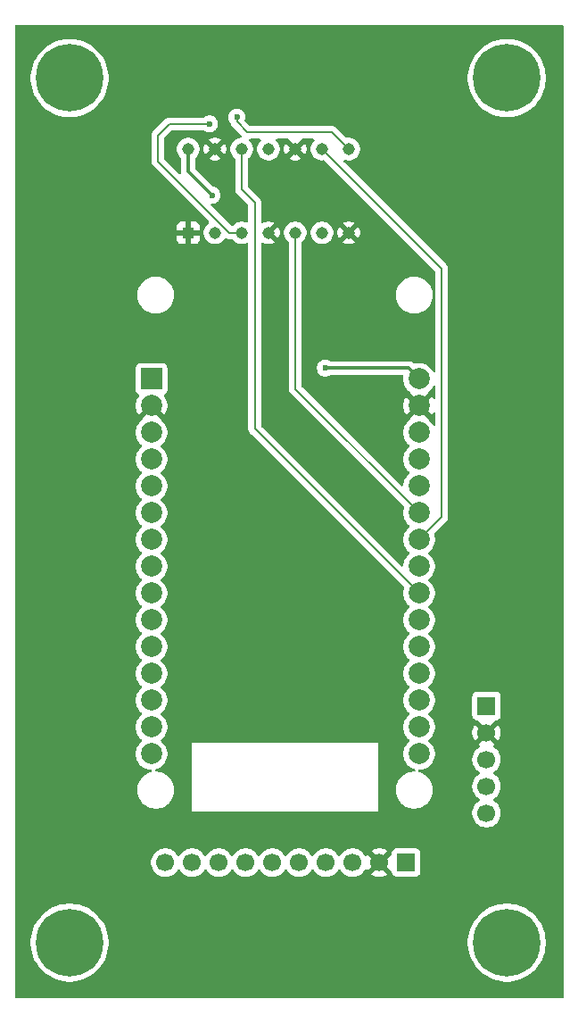
<source format=gbl>
%TF.GenerationSoftware,KiCad,Pcbnew,9.0.5*%
%TF.CreationDate,2026-02-25T00:45:25+01:00*%
%TF.ProjectId,DronePCB,44726f6e-6550-4434-922e-6b696361645f,rev?*%
%TF.SameCoordinates,Original*%
%TF.FileFunction,Copper,L2,Bot*%
%TF.FilePolarity,Positive*%
%FSLAX46Y46*%
G04 Gerber Fmt 4.6, Leading zero omitted, Abs format (unit mm)*
G04 Created by KiCad (PCBNEW 9.0.5) date 2026-02-25 00:45:25*
%MOMM*%
%LPD*%
G01*
G04 APERTURE LIST*
%TA.AperFunction,ComponentPad*%
%ADD10C,1.700000*%
%TD*%
%TA.AperFunction,ComponentPad*%
%ADD11R,1.700000X1.700000*%
%TD*%
%TA.AperFunction,ComponentPad*%
%ADD12C,1.140000*%
%TD*%
%TA.AperFunction,ComponentPad*%
%ADD13R,1.140000X1.140000*%
%TD*%
%TA.AperFunction,ComponentPad*%
%ADD14R,2.000000X2.000000*%
%TD*%
%TA.AperFunction,ComponentPad*%
%ADD15C,2.000000*%
%TD*%
%TA.AperFunction,ComponentPad*%
%ADD16C,6.400000*%
%TD*%
%TA.AperFunction,ViaPad*%
%ADD17C,0.600000*%
%TD*%
%TA.AperFunction,Conductor*%
%ADD18C,0.200000*%
%TD*%
%TA.AperFunction,Conductor*%
%ADD19C,0.300000*%
%TD*%
G04 APERTURE END LIST*
D10*
%TO.P,MPU9265,10,Pin_10*%
%TO.N,unconnected-(MPU9265-Pin_10-Pad10)*%
X31080000Y-96900000D03*
%TO.P,MPU9265,9,Pin_9*%
%TO.N,unconnected-(MPU9265-Pin_9-Pad9)*%
X33620000Y-96900000D03*
%TO.P,MPU9265,8,Pin_8*%
%TO.N,unconnected-(MPU9265-Pin_8-Pad8)*%
X36160000Y-96900000D03*
%TO.P,MPU9265,7,Pin_7*%
%TO.N,unconnected-(MPU9265-Pin_7-Pad7)*%
X38700000Y-96900000D03*
%TO.P,MPU9265,6,Pin_6*%
%TO.N,unconnected-(MPU9265-Pin_6-Pad6)*%
X41240000Y-96900000D03*
%TO.P,MPU9265,5,Pin_5*%
%TO.N,unconnected-(MPU9265-Pin_5-Pad5)*%
X43780000Y-96900000D03*
%TO.P,MPU9265,4,Pin_4*%
%TO.N,SDA_0*%
X46320000Y-96900000D03*
%TO.P,MPU9265,3,Pin_3*%
%TO.N,SCL_0*%
X48860000Y-96900000D03*
%TO.P,MPU9265,2,Pin_2*%
%TO.N,GND*%
X51400000Y-96900000D03*
D11*
%TO.P,MPU9265,1,Pin_1*%
%TO.N,3V3*%
X53940000Y-96900000D03*
%TD*%
D12*
%TO.P,U2,14,VCC*%
%TO.N,BEC_5V*%
X33252500Y-29230000D03*
%TO.P,U2,13,4~{OE}*%
%TO.N,GND*%
X35792500Y-29230000D03*
%TO.P,U2,12,4A*%
%TO.N,MoteurA4*%
X38332500Y-29230000D03*
%TO.P,U2,11,4Y*%
%TO.N,MoteurY4*%
X40872500Y-29230000D03*
%TO.P,U2,10,3~{OE}*%
%TO.N,GND*%
X43412500Y-29230000D03*
%TO.P,U2,9,3A*%
%TO.N,MoteurA3*%
X45952500Y-29230000D03*
%TO.P,U2,8,3Y*%
%TO.N,MoteurY3*%
X48492500Y-29230000D03*
%TO.P,U2,7,GND*%
%TO.N,GND*%
X48492500Y-37170000D03*
%TO.P,U2,6,2Y*%
%TO.N,MoteurY2*%
X45952500Y-37170000D03*
%TO.P,U2,5,2A*%
%TO.N,MoteurA2*%
X43412500Y-37170000D03*
%TO.P,U2,4,2~{OE}*%
%TO.N,GND*%
X40872500Y-37170000D03*
%TO.P,U2,3,1Y*%
%TO.N,MoteurY1*%
X38332500Y-37170000D03*
%TO.P,U2,2,1A*%
%TO.N,MoteurA1*%
X35792500Y-37170000D03*
D13*
%TO.P,U2,1,1~{OE}*%
%TO.N,GND*%
X33252500Y-37170000D03*
%TD*%
D14*
%TO.P,U1,1,3V3*%
%TO.N,3V3*%
X29772500Y-51035000D03*
D15*
%TO.P,U1,2,GND*%
%TO.N,GND*%
X29772500Y-53575000D03*
%TO.P,U1,3,D15*%
%TO.N,GPLED*%
X29772500Y-56115000D03*
%TO.P,U1,4,D2*%
%TO.N,unconnected-(U1-D2-Pad4)*%
X29772500Y-58655000D03*
%TO.P,U1,5,D4*%
%TO.N,unconnected-(U1-D4-Pad5)*%
X29772500Y-61195000D03*
%TO.P,U1,6,RX2*%
%TO.N,unconnected-(U1-RX2-Pad6)*%
X29772500Y-63735000D03*
%TO.P,U1,7,TX2*%
%TO.N,unconnected-(U1-TX2-Pad7)*%
X29772500Y-66275000D03*
%TO.P,U1,8,D5*%
%TO.N,unconnected-(U1-D5-Pad8)*%
X29772500Y-68815000D03*
%TO.P,U1,9,D18*%
%TO.N,unconnected-(U1-D18-Pad9)*%
X29772500Y-71355000D03*
%TO.P,U1,10,D19*%
%TO.N,unconnected-(U1-D19-Pad10)*%
X29772500Y-73895000D03*
%TO.P,U1,11,D21*%
%TO.N,SDA_0*%
X29772500Y-76435000D03*
%TO.P,U1,12,RX0*%
%TO.N,unconnected-(U1-RX0-Pad12)*%
X29772500Y-78975000D03*
%TO.P,U1,13,TX0*%
%TO.N,unconnected-(U1-TX0-Pad13)*%
X29772500Y-81515000D03*
%TO.P,U1,14,D22*%
%TO.N,SCL_0*%
X29772500Y-84055000D03*
%TO.P,U1,15,D23*%
%TO.N,unconnected-(U1-D23-Pad15)*%
X29772500Y-86595000D03*
%TO.P,U1,16,EN*%
%TO.N,unconnected-(U1-EN-Pad16)*%
X55172500Y-86595000D03*
%TO.P,U1,17,VP*%
%TO.N,unconnected-(U1-VP-Pad17)*%
X55172500Y-84055000D03*
%TO.P,U1,18,VN*%
%TO.N,unconnected-(U1-VN-Pad18)*%
X55172500Y-81515000D03*
%TO.P,U1,19,D34*%
%TO.N,BatteryCheck*%
X55172500Y-78975000D03*
%TO.P,U1,20,D35*%
%TO.N,unconnected-(U1-D35-Pad20)*%
X55172500Y-76435000D03*
%TO.P,U1,21,D32*%
%TO.N,unconnected-(U1-D32-Pad21)*%
X55172500Y-73895000D03*
%TO.P,U1,22,D33*%
%TO.N,MoteurA4*%
X55172500Y-71355000D03*
%TO.P,U1,23,D25*%
%TO.N,SCL_1*%
X55172500Y-68815000D03*
%TO.P,U1,24,D26*%
%TO.N,MoteurA3*%
X55172500Y-66275000D03*
%TO.P,U1,25,D27*%
%TO.N,MoteurA2*%
X55172500Y-63735000D03*
%TO.P,U1,26,D14*%
%TO.N,SDA_1*%
X55172500Y-61195000D03*
%TO.P,U1,27,D12*%
%TO.N,ReadyToFlyLED*%
X55172500Y-58655000D03*
%TO.P,U1,28,D13*%
%TO.N,MoteurA1*%
X55172500Y-56115000D03*
%TO.P,U1,29,GND*%
%TO.N,GND*%
X55172500Y-53575000D03*
%TO.P,U1,30,VIN*%
%TO.N,BEC_5V*%
X55172500Y-51035000D03*
%TD*%
D11*
%TO.P,GY-271,1,Pin_1*%
%TO.N,3V3*%
X61572500Y-82050000D03*
D10*
%TO.P,GY-271,2,Pin_2*%
%TO.N,GND*%
X61572500Y-84590000D03*
%TO.P,GY-271,3,Pin_3*%
%TO.N,SCL_1*%
X61572500Y-87130000D03*
%TO.P,GY-271,4,Pin_4*%
%TO.N,SDA_1*%
X61572500Y-89670000D03*
%TO.P,GY-271,5,Pin_5*%
%TO.N,unconnected-(GY-271-Pin_5-Pad5)*%
X61572500Y-92210000D03*
%TD*%
D16*
%TO.P,H1,1*%
%TO.N,N/C*%
X22000000Y-104500000D03*
%TD*%
%TO.P,H2,1*%
%TO.N,N/C*%
X63500000Y-104500000D03*
%TD*%
%TO.P,H3,1*%
%TO.N,N/C*%
X22000000Y-22500000D03*
%TD*%
%TO.P,H4,1*%
%TO.N,N/C*%
X63500000Y-22500000D03*
%TD*%
D17*
%TO.N,BEC_5V*%
X35522500Y-33600000D03*
X46272500Y-50000000D03*
%TO.N,MoteurY1*%
X35272500Y-26850000D03*
%TO.N,GND*%
X36722500Y-30850000D03*
X60472500Y-53550000D03*
X25872500Y-82350000D03*
X46972500Y-78550000D03*
X25572500Y-76150000D03*
X28950000Y-107050000D03*
X37472500Y-68050000D03*
X37072500Y-33600000D03*
X59472500Y-98250000D03*
X59972500Y-70050000D03*
X37972500Y-78550000D03*
X24397500Y-63250000D03*
X48972500Y-61050000D03*
X61100000Y-95500000D03*
X37972500Y-50050000D03*
X34972500Y-105050000D03*
%TO.N,MoteurY3*%
X37872500Y-26200000D03*
%TO.N,GND*%
X65000000Y-86800000D03*
X65000000Y-95000000D03*
X20000000Y-95000000D03*
X65000000Y-46800000D03*
X65000000Y-96800000D03*
X20000000Y-86800000D03*
X20000000Y-46800000D03*
X65500000Y-56300000D03*
X65000000Y-76800000D03*
X20000000Y-96800000D03*
X20000000Y-76800000D03*
X65000000Y-66800000D03*
X20000000Y-66800000D03*
%TD*%
D18*
%TO.N,MoteurY3*%
X46912500Y-27650000D02*
X48492500Y-29230000D01*
X38872500Y-27650000D02*
X46912500Y-27650000D01*
X37872500Y-26200000D02*
X37872500Y-26650000D01*
X37872500Y-26650000D02*
X38872500Y-27650000D01*
%TO.N,GND*%
X62400000Y-96800000D02*
X61100000Y-95500000D01*
X65000000Y-96800000D02*
X62400000Y-96800000D01*
%TO.N,MoteurA3*%
X55172500Y-66275000D02*
X57322500Y-64125000D01*
%TO.N,MoteurA4*%
X38332500Y-33060000D02*
X38332500Y-29230000D01*
%TO.N,MoteurA2*%
X55172500Y-63735000D02*
X43412500Y-51975000D01*
%TO.N,MoteurA4*%
X39572500Y-55755000D02*
X39572500Y-34300000D01*
%TO.N,MoteurA3*%
X57322500Y-64125000D02*
X57322500Y-40600000D01*
%TO.N,MoteurA4*%
X39572500Y-34300000D02*
X38332500Y-33060000D01*
%TO.N,MoteurA2*%
X43412500Y-51975000D02*
X43412500Y-37170000D01*
%TO.N,MoteurA4*%
X55172500Y-71355000D02*
X39572500Y-55755000D01*
%TO.N,MoteurA3*%
X57322500Y-40600000D02*
X45952500Y-29230000D01*
%TO.N,MoteurY1*%
X31472500Y-26850000D02*
X35272500Y-26850000D01*
X38332500Y-37170000D02*
X37142500Y-37170000D01*
D19*
%TO.N,BEC_5V*%
X33252500Y-29230000D02*
X33252500Y-31330000D01*
D18*
%TO.N,MoteurY1*%
X30372500Y-27950000D02*
X31472500Y-26850000D01*
X37142500Y-37170000D02*
X30372500Y-30400000D01*
D19*
%TO.N,BEC_5V*%
X33252500Y-31330000D02*
X35522500Y-33600000D01*
D18*
%TO.N,MoteurY1*%
X30372500Y-30400000D02*
X30372500Y-27950000D01*
D19*
%TO.N,BEC_5V*%
X46272500Y-50000000D02*
X54137500Y-50000000D01*
X54137500Y-50000000D02*
X55172500Y-51035000D01*
D18*
%TO.N,GND*%
X37072500Y-31200000D02*
X36722500Y-30850000D01*
X37072500Y-33600000D02*
X37072500Y-31200000D01*
%TD*%
%TA.AperFunction,Conductor*%
%TO.N,GND*%
G36*
X40105760Y-28270185D02*
G01*
X40151515Y-28322989D01*
X40161459Y-28392147D01*
X40132434Y-28455703D01*
X40126402Y-28462181D01*
X40040990Y-28547592D01*
X40040987Y-28547596D01*
X39923838Y-28722921D01*
X39923833Y-28722930D01*
X39843138Y-28917746D01*
X39843136Y-28917754D01*
X39802000Y-29124560D01*
X39802000Y-29335439D01*
X39843136Y-29542245D01*
X39843138Y-29542253D01*
X39923833Y-29737069D01*
X39923838Y-29737078D01*
X40040987Y-29912403D01*
X40040990Y-29912407D01*
X40190092Y-30061509D01*
X40190096Y-30061512D01*
X40365421Y-30178661D01*
X40365430Y-30178666D01*
X40386960Y-30187584D01*
X40560247Y-30259362D01*
X40735458Y-30294213D01*
X40767060Y-30300499D01*
X40767064Y-30300500D01*
X40767065Y-30300500D01*
X40977936Y-30300500D01*
X40977937Y-30300499D01*
X41184753Y-30259362D01*
X41379572Y-30178665D01*
X41554904Y-30061512D01*
X41559320Y-30057096D01*
X41607269Y-30009148D01*
X41704009Y-29912407D01*
X41704012Y-29912404D01*
X41821165Y-29737072D01*
X41901862Y-29542253D01*
X41943000Y-29335435D01*
X41943000Y-29124565D01*
X41901862Y-28917747D01*
X41825146Y-28732539D01*
X41821166Y-28722930D01*
X41821161Y-28722921D01*
X41704012Y-28547596D01*
X41704009Y-28547592D01*
X41618598Y-28462181D01*
X41585113Y-28400858D01*
X41590097Y-28331166D01*
X41631969Y-28275233D01*
X41697433Y-28250816D01*
X41706279Y-28250500D01*
X42735191Y-28250500D01*
X42802230Y-28270185D01*
X42822872Y-28286819D01*
X43396054Y-28860000D01*
X43363789Y-28860000D01*
X43269685Y-28885215D01*
X43185314Y-28933926D01*
X43116426Y-29002814D01*
X43067715Y-29087185D01*
X43042500Y-29181289D01*
X43042500Y-29213553D01*
X42499459Y-28670512D01*
X42499458Y-28670513D01*
X42464284Y-28723156D01*
X42464277Y-28723168D01*
X42383620Y-28917892D01*
X42383618Y-28917898D01*
X42342500Y-29124611D01*
X42342500Y-29335388D01*
X42342499Y-29335388D01*
X42383618Y-29542101D01*
X42383620Y-29542107D01*
X42464278Y-29736833D01*
X42499459Y-29789485D01*
X43042500Y-29246445D01*
X43042500Y-29278711D01*
X43067715Y-29372815D01*
X43116426Y-29457186D01*
X43185314Y-29526074D01*
X43269685Y-29574785D01*
X43363789Y-29600000D01*
X43396054Y-29600000D01*
X42853013Y-30143039D01*
X42905664Y-30178220D01*
X42905667Y-30178222D01*
X43100392Y-30258879D01*
X43100398Y-30258881D01*
X43307111Y-30300000D01*
X43517888Y-30300000D01*
X43724601Y-30258881D01*
X43724607Y-30258879D01*
X43919330Y-30178223D01*
X43971985Y-30143039D01*
X43428947Y-29600000D01*
X43461211Y-29600000D01*
X43555315Y-29574785D01*
X43639686Y-29526074D01*
X43708574Y-29457186D01*
X43757285Y-29372815D01*
X43782500Y-29278711D01*
X43782500Y-29246446D01*
X44325539Y-29789485D01*
X44360723Y-29736830D01*
X44441379Y-29542107D01*
X44441381Y-29542101D01*
X44482500Y-29335388D01*
X44482500Y-29124611D01*
X44441381Y-28917898D01*
X44441379Y-28917892D01*
X44360722Y-28723167D01*
X44360720Y-28723164D01*
X44325539Y-28670513D01*
X43782500Y-29213552D01*
X43782500Y-29181289D01*
X43757285Y-29087185D01*
X43708574Y-29002814D01*
X43639686Y-28933926D01*
X43555315Y-28885215D01*
X43461211Y-28860000D01*
X43428947Y-28860000D01*
X44002126Y-28286819D01*
X44063449Y-28253334D01*
X44089807Y-28250500D01*
X45118721Y-28250500D01*
X45185760Y-28270185D01*
X45231515Y-28322989D01*
X45241459Y-28392147D01*
X45212434Y-28455703D01*
X45206402Y-28462181D01*
X45120990Y-28547592D01*
X45120987Y-28547596D01*
X45003838Y-28722921D01*
X45003833Y-28722930D01*
X44923138Y-28917746D01*
X44923136Y-28917754D01*
X44882000Y-29124560D01*
X44882000Y-29335439D01*
X44923136Y-29542245D01*
X44923138Y-29542253D01*
X45003833Y-29737069D01*
X45003838Y-29737078D01*
X45120987Y-29912403D01*
X45120990Y-29912407D01*
X45270092Y-30061509D01*
X45270096Y-30061512D01*
X45445421Y-30178661D01*
X45445430Y-30178666D01*
X45466960Y-30187584D01*
X45640247Y-30259362D01*
X45815458Y-30294213D01*
X45847060Y-30300499D01*
X45847064Y-30300500D01*
X45847065Y-30300500D01*
X46057936Y-30300500D01*
X46075814Y-30296943D01*
X46089540Y-30294213D01*
X46159131Y-30300439D01*
X46201414Y-30328149D01*
X56685681Y-40812416D01*
X56719166Y-40873739D01*
X56722000Y-40900097D01*
X56722000Y-50254431D01*
X56702315Y-50321470D01*
X56649511Y-50367225D01*
X56580353Y-50377169D01*
X56516797Y-50348144D01*
X56487516Y-50310727D01*
X56455844Y-50248568D01*
X56434988Y-50219863D01*
X56317017Y-50057490D01*
X56150010Y-49890483D01*
X55958933Y-49751657D01*
X55748496Y-49644433D01*
X55523868Y-49571446D01*
X55290597Y-49534500D01*
X55290592Y-49534500D01*
X55054408Y-49534500D01*
X55054403Y-49534500D01*
X54821128Y-49571447D01*
X54748304Y-49595109D01*
X54678463Y-49597104D01*
X54622306Y-49564859D01*
X54552173Y-49494726D01*
X54552169Y-49494723D01*
X54445627Y-49423535D01*
X54327244Y-49374499D01*
X54327238Y-49374497D01*
X54201571Y-49349500D01*
X54201569Y-49349500D01*
X46777435Y-49349500D01*
X46710396Y-49329815D01*
X46708590Y-49328633D01*
X46651679Y-49290606D01*
X46651672Y-49290602D01*
X46506001Y-49230264D01*
X46505989Y-49230261D01*
X46351345Y-49199500D01*
X46351342Y-49199500D01*
X46193658Y-49199500D01*
X46193655Y-49199500D01*
X46039010Y-49230261D01*
X46038998Y-49230264D01*
X45893327Y-49290602D01*
X45893314Y-49290609D01*
X45762211Y-49378210D01*
X45762207Y-49378213D01*
X45650713Y-49489707D01*
X45650710Y-49489711D01*
X45563109Y-49620814D01*
X45563102Y-49620827D01*
X45502764Y-49766498D01*
X45502761Y-49766510D01*
X45472000Y-49921153D01*
X45472000Y-50078846D01*
X45502761Y-50233489D01*
X45502764Y-50233501D01*
X45563102Y-50379172D01*
X45563109Y-50379185D01*
X45650710Y-50510288D01*
X45650713Y-50510292D01*
X45762207Y-50621786D01*
X45762211Y-50621789D01*
X45893314Y-50709390D01*
X45893327Y-50709397D01*
X46038998Y-50769735D01*
X46039003Y-50769737D01*
X46151665Y-50792147D01*
X46193653Y-50800499D01*
X46193656Y-50800500D01*
X46193658Y-50800500D01*
X46351344Y-50800500D01*
X46351345Y-50800499D01*
X46505997Y-50769737D01*
X46651679Y-50709394D01*
X46708544Y-50671397D01*
X46775221Y-50650520D01*
X46777435Y-50650500D01*
X53569009Y-50650500D01*
X53636048Y-50670185D01*
X53681803Y-50722989D01*
X53691747Y-50792147D01*
X53691482Y-50793898D01*
X53672000Y-50916902D01*
X53672000Y-51153097D01*
X53708946Y-51386368D01*
X53781933Y-51610996D01*
X53857485Y-51759273D01*
X53889157Y-51821433D01*
X54027983Y-52012510D01*
X54194990Y-52179517D01*
X54254216Y-52222547D01*
X54296881Y-52277875D01*
X54304948Y-52332593D01*
X54303393Y-52352340D01*
X55034925Y-53083871D01*
X54975647Y-53099755D01*
X54859353Y-53166898D01*
X54764398Y-53261853D01*
X54697255Y-53378147D01*
X54681371Y-53437425D01*
X53949840Y-52705894D01*
X53889584Y-52788830D01*
X53782397Y-52999197D01*
X53709434Y-53223752D01*
X53672500Y-53456947D01*
X53672500Y-53693052D01*
X53709434Y-53926247D01*
X53782397Y-54150802D01*
X53889587Y-54361174D01*
X53949838Y-54444104D01*
X53949840Y-54444105D01*
X54681371Y-53712574D01*
X54697255Y-53771853D01*
X54764398Y-53888147D01*
X54859353Y-53983102D01*
X54975647Y-54050245D01*
X55034925Y-54066128D01*
X54303393Y-54797658D01*
X54304948Y-54817405D01*
X54290584Y-54885783D01*
X54254217Y-54927451D01*
X54194990Y-54970482D01*
X54027985Y-55137487D01*
X54027985Y-55137488D01*
X54027983Y-55137490D01*
X53968362Y-55219550D01*
X53889157Y-55328566D01*
X53781933Y-55539003D01*
X53708946Y-55763631D01*
X53672000Y-55996902D01*
X53672000Y-56233097D01*
X53708946Y-56466368D01*
X53781933Y-56690996D01*
X53857485Y-56839273D01*
X53889157Y-56901433D01*
X54027983Y-57092510D01*
X54194990Y-57259517D01*
X54229627Y-57284683D01*
X54272292Y-57340013D01*
X54278271Y-57409626D01*
X54245665Y-57471421D01*
X54229630Y-57485315D01*
X54211865Y-57498222D01*
X54194988Y-57510484D01*
X54027985Y-57677487D01*
X54027985Y-57677488D01*
X54027983Y-57677490D01*
X53968362Y-57759550D01*
X53889157Y-57868566D01*
X53781933Y-58079003D01*
X53708946Y-58303631D01*
X53672000Y-58536902D01*
X53672000Y-58773097D01*
X53708946Y-59006368D01*
X53781933Y-59230996D01*
X53857485Y-59379273D01*
X53889157Y-59441433D01*
X54027983Y-59632510D01*
X54194990Y-59799517D01*
X54229627Y-59824683D01*
X54272292Y-59880013D01*
X54278271Y-59949626D01*
X54245665Y-60011421D01*
X54229630Y-60025315D01*
X54211865Y-60038222D01*
X54194988Y-60050484D01*
X54027985Y-60217487D01*
X54027985Y-60217488D01*
X54027983Y-60217490D01*
X53968362Y-60299550D01*
X53889157Y-60408566D01*
X53781933Y-60619003D01*
X53708946Y-60843631D01*
X53672000Y-61076902D01*
X53672000Y-61085903D01*
X53652315Y-61152942D01*
X53599511Y-61198697D01*
X53530353Y-61208641D01*
X53466797Y-61179616D01*
X53460319Y-61173584D01*
X44049319Y-51762584D01*
X44015834Y-51701261D01*
X44013000Y-51674903D01*
X44013000Y-42960258D01*
X52952000Y-42960258D01*
X52952000Y-43189741D01*
X52976946Y-43379215D01*
X52981952Y-43417238D01*
X52981953Y-43417240D01*
X53041342Y-43638887D01*
X53129150Y-43850876D01*
X53129157Y-43850890D01*
X53243892Y-44049617D01*
X53383581Y-44231661D01*
X53383589Y-44231670D01*
X53545830Y-44393911D01*
X53545838Y-44393918D01*
X53727882Y-44533607D01*
X53727885Y-44533608D01*
X53727888Y-44533611D01*
X53926612Y-44648344D01*
X53926617Y-44648346D01*
X53926623Y-44648349D01*
X54017980Y-44686190D01*
X54138613Y-44736158D01*
X54360262Y-44795548D01*
X54587766Y-44825500D01*
X54587773Y-44825500D01*
X54817227Y-44825500D01*
X54817234Y-44825500D01*
X55044738Y-44795548D01*
X55266387Y-44736158D01*
X55478388Y-44648344D01*
X55677112Y-44533611D01*
X55859161Y-44393919D01*
X55859165Y-44393914D01*
X55859170Y-44393911D01*
X56021411Y-44231670D01*
X56021414Y-44231665D01*
X56021419Y-44231661D01*
X56161111Y-44049612D01*
X56275844Y-43850888D01*
X56363658Y-43638887D01*
X56423048Y-43417238D01*
X56453000Y-43189734D01*
X56453000Y-42960266D01*
X56423048Y-42732762D01*
X56363658Y-42511113D01*
X56275844Y-42299112D01*
X56161111Y-42100388D01*
X56161108Y-42100385D01*
X56161107Y-42100382D01*
X56021418Y-41918338D01*
X56021411Y-41918330D01*
X55859170Y-41756089D01*
X55859161Y-41756081D01*
X55677117Y-41616392D01*
X55478390Y-41501657D01*
X55478376Y-41501650D01*
X55266387Y-41413842D01*
X55044738Y-41354452D01*
X55006715Y-41349446D01*
X54817241Y-41324500D01*
X54817234Y-41324500D01*
X54587766Y-41324500D01*
X54587758Y-41324500D01*
X54371215Y-41353009D01*
X54360262Y-41354452D01*
X54266576Y-41379554D01*
X54138612Y-41413842D01*
X53926623Y-41501650D01*
X53926609Y-41501657D01*
X53727882Y-41616392D01*
X53545838Y-41756081D01*
X53383581Y-41918338D01*
X53243892Y-42100382D01*
X53129157Y-42299109D01*
X53129150Y-42299123D01*
X53041342Y-42511112D01*
X52981953Y-42732759D01*
X52981951Y-42732770D01*
X52952000Y-42960258D01*
X44013000Y-42960258D01*
X44013000Y-38122517D01*
X44032685Y-38055478D01*
X44068107Y-38019416D01*
X44094904Y-38001512D01*
X44244012Y-37852404D01*
X44361165Y-37677072D01*
X44441862Y-37482253D01*
X44483000Y-37275435D01*
X44483000Y-37064565D01*
X44482999Y-37064560D01*
X44882000Y-37064560D01*
X44882000Y-37275439D01*
X44923136Y-37482245D01*
X44923138Y-37482253D01*
X45003833Y-37677069D01*
X45003838Y-37677078D01*
X45120987Y-37852403D01*
X45120990Y-37852407D01*
X45270092Y-38001509D01*
X45270096Y-38001512D01*
X45445421Y-38118661D01*
X45445430Y-38118666D01*
X45484451Y-38134829D01*
X45640247Y-38199362D01*
X45812356Y-38233596D01*
X45847060Y-38240499D01*
X45847064Y-38240500D01*
X45847065Y-38240500D01*
X46057936Y-38240500D01*
X46057937Y-38240499D01*
X46264753Y-38199362D01*
X46459572Y-38118665D01*
X46634904Y-38001512D01*
X46654330Y-37982086D01*
X46687269Y-37949148D01*
X46784009Y-37852407D01*
X46784010Y-37852406D01*
X46784012Y-37852404D01*
X46901165Y-37677072D01*
X46981862Y-37482253D01*
X47023000Y-37275435D01*
X47023000Y-37275388D01*
X47422499Y-37275388D01*
X47463618Y-37482101D01*
X47463620Y-37482107D01*
X47544278Y-37676833D01*
X47579459Y-37729485D01*
X48122500Y-37186445D01*
X48122500Y-37218711D01*
X48147715Y-37312815D01*
X48196426Y-37397186D01*
X48265314Y-37466074D01*
X48349685Y-37514785D01*
X48443789Y-37540000D01*
X48476054Y-37540000D01*
X47933013Y-38083039D01*
X47985664Y-38118220D01*
X47985667Y-38118222D01*
X48180392Y-38198879D01*
X48180398Y-38198881D01*
X48387111Y-38240000D01*
X48597888Y-38240000D01*
X48804601Y-38198881D01*
X48804607Y-38198879D01*
X48999330Y-38118223D01*
X49051985Y-38083039D01*
X48508947Y-37540000D01*
X48541211Y-37540000D01*
X48635315Y-37514785D01*
X48719686Y-37466074D01*
X48788574Y-37397186D01*
X48837285Y-37312815D01*
X48862500Y-37218711D01*
X48862500Y-37186446D01*
X49405539Y-37729485D01*
X49440723Y-37676830D01*
X49521379Y-37482107D01*
X49521381Y-37482101D01*
X49562500Y-37275388D01*
X49562500Y-37064611D01*
X49521381Y-36857898D01*
X49521379Y-36857892D01*
X49440722Y-36663167D01*
X49440720Y-36663164D01*
X49405539Y-36610513D01*
X48862500Y-37153552D01*
X48862500Y-37121289D01*
X48837285Y-37027185D01*
X48788574Y-36942814D01*
X48719686Y-36873926D01*
X48635315Y-36825215D01*
X48541211Y-36800000D01*
X48508947Y-36800000D01*
X49051985Y-36256959D01*
X49051985Y-36256958D01*
X48999333Y-36221778D01*
X48804607Y-36141120D01*
X48804601Y-36141118D01*
X48597888Y-36100000D01*
X48387112Y-36100000D01*
X48180398Y-36141118D01*
X48180392Y-36141120D01*
X47985668Y-36221777D01*
X47985656Y-36221784D01*
X47933013Y-36256958D01*
X47933012Y-36256959D01*
X48476054Y-36800000D01*
X48443789Y-36800000D01*
X48349685Y-36825215D01*
X48265314Y-36873926D01*
X48196426Y-36942814D01*
X48147715Y-37027185D01*
X48122500Y-37121289D01*
X48122500Y-37153553D01*
X47579459Y-36610512D01*
X47579458Y-36610513D01*
X47544284Y-36663156D01*
X47544277Y-36663168D01*
X47463620Y-36857892D01*
X47463618Y-36857898D01*
X47422500Y-37064611D01*
X47422500Y-37275388D01*
X47422499Y-37275388D01*
X47023000Y-37275388D01*
X47023000Y-37064565D01*
X46981862Y-36857747D01*
X46919446Y-36707063D01*
X46901166Y-36662930D01*
X46901161Y-36662921D01*
X46784012Y-36487596D01*
X46784009Y-36487592D01*
X46634907Y-36338490D01*
X46634903Y-36338487D01*
X46459578Y-36221338D01*
X46459569Y-36221333D01*
X46264753Y-36140638D01*
X46264745Y-36140636D01*
X46057939Y-36099500D01*
X46057935Y-36099500D01*
X45847065Y-36099500D01*
X45847060Y-36099500D01*
X45640254Y-36140636D01*
X45640246Y-36140638D01*
X45445430Y-36221333D01*
X45445421Y-36221338D01*
X45270096Y-36338487D01*
X45270092Y-36338490D01*
X45120990Y-36487592D01*
X45120987Y-36487596D01*
X45003838Y-36662921D01*
X45003833Y-36662930D01*
X44923138Y-36857746D01*
X44923136Y-36857754D01*
X44882000Y-37064560D01*
X44482999Y-37064560D01*
X44441862Y-36857747D01*
X44379446Y-36707063D01*
X44361166Y-36662930D01*
X44361161Y-36662921D01*
X44244012Y-36487596D01*
X44244009Y-36487592D01*
X44094907Y-36338490D01*
X44094903Y-36338487D01*
X43919578Y-36221338D01*
X43919569Y-36221333D01*
X43724753Y-36140638D01*
X43724745Y-36140636D01*
X43517939Y-36099500D01*
X43517935Y-36099500D01*
X43307065Y-36099500D01*
X43307060Y-36099500D01*
X43100254Y-36140636D01*
X43100246Y-36140638D01*
X42905430Y-36221333D01*
X42905421Y-36221338D01*
X42730096Y-36338487D01*
X42730092Y-36338490D01*
X42580990Y-36487592D01*
X42580987Y-36487596D01*
X42463838Y-36662921D01*
X42463833Y-36662930D01*
X42383138Y-36857746D01*
X42383136Y-36857754D01*
X42342000Y-37064560D01*
X42342000Y-37275439D01*
X42383136Y-37482245D01*
X42383138Y-37482253D01*
X42463833Y-37677069D01*
X42463838Y-37677078D01*
X42580987Y-37852403D01*
X42580990Y-37852407D01*
X42730090Y-38001507D01*
X42730093Y-38001509D01*
X42730096Y-38001512D01*
X42756891Y-38019416D01*
X42801695Y-38073026D01*
X42812000Y-38122517D01*
X42812000Y-51888330D01*
X42811999Y-51888348D01*
X42811999Y-52054054D01*
X42811998Y-52054054D01*
X42819720Y-52082872D01*
X42852923Y-52206785D01*
X42862023Y-52222547D01*
X42881858Y-52256900D01*
X42881859Y-52256904D01*
X42881860Y-52256904D01*
X42931979Y-52343714D01*
X42931981Y-52343717D01*
X43050849Y-52462585D01*
X43050855Y-52462590D01*
X53719700Y-63131435D01*
X53753185Y-63192758D01*
X53749950Y-63257433D01*
X53708947Y-63383628D01*
X53672000Y-63616902D01*
X53672000Y-63853097D01*
X53708946Y-64086368D01*
X53781933Y-64310996D01*
X53816662Y-64379154D01*
X53889157Y-64521433D01*
X54027983Y-64712510D01*
X54194990Y-64879517D01*
X54229627Y-64904683D01*
X54272292Y-64960013D01*
X54278271Y-65029626D01*
X54245665Y-65091421D01*
X54229630Y-65105315D01*
X54211865Y-65118222D01*
X54194988Y-65130484D01*
X54027985Y-65297487D01*
X54027985Y-65297488D01*
X54027983Y-65297490D01*
X53968362Y-65379550D01*
X53889157Y-65488566D01*
X53781933Y-65699003D01*
X53708946Y-65923631D01*
X53672000Y-66156902D01*
X53672000Y-66393097D01*
X53708946Y-66626368D01*
X53781933Y-66850996D01*
X53889157Y-67061433D01*
X54027983Y-67252510D01*
X54194990Y-67419517D01*
X54229627Y-67444683D01*
X54272292Y-67500013D01*
X54278271Y-67569626D01*
X54245665Y-67631421D01*
X54229630Y-67645315D01*
X54211865Y-67658222D01*
X54194988Y-67670484D01*
X54027985Y-67837487D01*
X54027985Y-67837488D01*
X54027983Y-67837490D01*
X53968362Y-67919550D01*
X53889157Y-68028566D01*
X53781933Y-68239003D01*
X53708946Y-68463631D01*
X53672000Y-68696902D01*
X53672000Y-68705902D01*
X53652315Y-68772941D01*
X53599511Y-68818696D01*
X53530353Y-68828640D01*
X53466797Y-68799615D01*
X53460319Y-68793583D01*
X40209319Y-55542583D01*
X40175834Y-55481260D01*
X40173000Y-55454902D01*
X40173000Y-38221474D01*
X40192685Y-38154435D01*
X40245489Y-38108680D01*
X40314647Y-38098736D01*
X40359899Y-38116078D01*
X40360290Y-38115348D01*
X40365667Y-38118222D01*
X40560392Y-38198879D01*
X40560398Y-38198881D01*
X40767111Y-38240000D01*
X40977888Y-38240000D01*
X41184601Y-38198881D01*
X41184607Y-38198879D01*
X41379330Y-38118223D01*
X41431985Y-38083039D01*
X40888946Y-37540000D01*
X40921211Y-37540000D01*
X41015315Y-37514785D01*
X41099686Y-37466074D01*
X41168574Y-37397186D01*
X41217285Y-37312815D01*
X41242500Y-37218711D01*
X41242500Y-37186446D01*
X41785539Y-37729485D01*
X41820723Y-37676830D01*
X41901379Y-37482107D01*
X41901381Y-37482101D01*
X41942500Y-37275388D01*
X41942500Y-37064611D01*
X41901381Y-36857898D01*
X41901379Y-36857892D01*
X41820722Y-36663167D01*
X41820720Y-36663164D01*
X41785539Y-36610513D01*
X41242500Y-37153552D01*
X41242500Y-37121289D01*
X41217285Y-37027185D01*
X41168574Y-36942814D01*
X41099686Y-36873926D01*
X41015315Y-36825215D01*
X40921211Y-36800000D01*
X40888944Y-36800000D01*
X41431985Y-36256959D01*
X41431985Y-36256958D01*
X41379333Y-36221778D01*
X41184607Y-36141120D01*
X41184601Y-36141118D01*
X40977888Y-36100000D01*
X40767112Y-36100000D01*
X40560398Y-36141118D01*
X40560392Y-36141120D01*
X40365667Y-36221777D01*
X40360290Y-36224652D01*
X40359708Y-36223564D01*
X40299208Y-36242505D01*
X40231828Y-36224017D01*
X40185141Y-36172036D01*
X40173000Y-36118525D01*
X40173000Y-34389059D01*
X40173001Y-34389046D01*
X40173001Y-34220945D01*
X40173001Y-34220943D01*
X40132077Y-34068215D01*
X40101162Y-34014669D01*
X40053020Y-33931284D01*
X39941216Y-33819480D01*
X39941215Y-33819479D01*
X39936885Y-33815149D01*
X39936874Y-33815139D01*
X38969319Y-32847584D01*
X38935834Y-32786261D01*
X38933000Y-32759903D01*
X38933000Y-30182517D01*
X38952685Y-30115478D01*
X38988107Y-30079416D01*
X39014904Y-30061512D01*
X39164012Y-29912404D01*
X39281165Y-29737072D01*
X39361862Y-29542253D01*
X39403000Y-29335435D01*
X39403000Y-29124565D01*
X39361862Y-28917747D01*
X39285146Y-28732539D01*
X39281166Y-28722930D01*
X39281161Y-28722921D01*
X39164012Y-28547596D01*
X39164009Y-28547592D01*
X39078598Y-28462181D01*
X39045113Y-28400858D01*
X39050097Y-28331166D01*
X39091969Y-28275233D01*
X39157433Y-28250816D01*
X39166279Y-28250500D01*
X40038721Y-28250500D01*
X40105760Y-28270185D01*
G37*
%TD.AperFunction*%
%TA.AperFunction,Conductor*%
G36*
X56395158Y-54444105D02*
G01*
X56395158Y-54444104D01*
X56455414Y-54361169D01*
X56455421Y-54361159D01*
X56487515Y-54298171D01*
X56535489Y-54247375D01*
X56603310Y-54230579D01*
X56669445Y-54253116D01*
X56712897Y-54307831D01*
X56722000Y-54354465D01*
X56722000Y-55334431D01*
X56702315Y-55401470D01*
X56649511Y-55447225D01*
X56580353Y-55457169D01*
X56516797Y-55428144D01*
X56487516Y-55390727D01*
X56455844Y-55328568D01*
X56434988Y-55299863D01*
X56317017Y-55137490D01*
X56150010Y-54970483D01*
X56090782Y-54927451D01*
X56048117Y-54872122D01*
X56040050Y-54817404D01*
X56041604Y-54797657D01*
X55310074Y-54066128D01*
X55369353Y-54050245D01*
X55485647Y-53983102D01*
X55580602Y-53888147D01*
X55647745Y-53771853D01*
X55663628Y-53712575D01*
X56395158Y-54444105D01*
G37*
%TD.AperFunction*%
%TA.AperFunction,Conductor*%
G36*
X56669446Y-51714219D02*
G01*
X56712897Y-51768934D01*
X56722000Y-51815568D01*
X56722000Y-52795534D01*
X56702315Y-52862573D01*
X56649511Y-52908328D01*
X56580353Y-52918272D01*
X56516797Y-52889247D01*
X56487515Y-52851829D01*
X56455414Y-52788828D01*
X56395158Y-52705894D01*
X56395158Y-52705893D01*
X55663628Y-53437424D01*
X55647745Y-53378147D01*
X55580602Y-53261853D01*
X55485647Y-53166898D01*
X55369353Y-53099755D01*
X55310074Y-53083871D01*
X56041605Y-52352340D01*
X56040051Y-52332594D01*
X56054415Y-52264216D01*
X56090784Y-52222547D01*
X56150010Y-52179517D01*
X56317017Y-52012510D01*
X56455843Y-51821433D01*
X56487515Y-51759272D01*
X56535490Y-51708477D01*
X56603311Y-51691682D01*
X56669446Y-51714219D01*
G37*
%TD.AperFunction*%
%TA.AperFunction,Conductor*%
G36*
X68842539Y-17520185D02*
G01*
X68888294Y-17572989D01*
X68899500Y-17624500D01*
X68899500Y-109675500D01*
X68879815Y-109742539D01*
X68827011Y-109788294D01*
X68775500Y-109799500D01*
X16924500Y-109799500D01*
X16857461Y-109779815D01*
X16811706Y-109727011D01*
X16800500Y-109675500D01*
X16800500Y-104318209D01*
X18299500Y-104318209D01*
X18299500Y-104681790D01*
X18335137Y-105043630D01*
X18406064Y-105400212D01*
X18406067Y-105400223D01*
X18511614Y-105748165D01*
X18650754Y-106084078D01*
X18650756Y-106084083D01*
X18822140Y-106404720D01*
X18822151Y-106404738D01*
X19024140Y-106707035D01*
X19024150Y-106707049D01*
X19254807Y-106988106D01*
X19511893Y-107245192D01*
X19511898Y-107245196D01*
X19511899Y-107245197D01*
X19792956Y-107475854D01*
X20095268Y-107677853D01*
X20095277Y-107677858D01*
X20095279Y-107677859D01*
X20415916Y-107849243D01*
X20415918Y-107849243D01*
X20415924Y-107849247D01*
X20751836Y-107988386D01*
X21099767Y-108093930D01*
X21099773Y-108093931D01*
X21099776Y-108093932D01*
X21099787Y-108093935D01*
X21456369Y-108164862D01*
X21818206Y-108200500D01*
X21818209Y-108200500D01*
X22181791Y-108200500D01*
X22181794Y-108200500D01*
X22543631Y-108164862D01*
X22613045Y-108151054D01*
X22900212Y-108093935D01*
X22900223Y-108093932D01*
X22900223Y-108093931D01*
X22900233Y-108093930D01*
X23248164Y-107988386D01*
X23584076Y-107849247D01*
X23904732Y-107677853D01*
X24207044Y-107475854D01*
X24488101Y-107245197D01*
X24745197Y-106988101D01*
X24975854Y-106707044D01*
X25177853Y-106404732D01*
X25349247Y-106084076D01*
X25488386Y-105748164D01*
X25593930Y-105400233D01*
X25593932Y-105400223D01*
X25593935Y-105400212D01*
X25664862Y-105043630D01*
X25700500Y-104681790D01*
X25700500Y-104318209D01*
X59799500Y-104318209D01*
X59799500Y-104681790D01*
X59835137Y-105043630D01*
X59906064Y-105400212D01*
X59906067Y-105400223D01*
X60011614Y-105748165D01*
X60150754Y-106084078D01*
X60150756Y-106084083D01*
X60322140Y-106404720D01*
X60322151Y-106404738D01*
X60524140Y-106707035D01*
X60524150Y-106707049D01*
X60754807Y-106988106D01*
X61011893Y-107245192D01*
X61011898Y-107245196D01*
X61011899Y-107245197D01*
X61292956Y-107475854D01*
X61595268Y-107677853D01*
X61595277Y-107677858D01*
X61595279Y-107677859D01*
X61915916Y-107849243D01*
X61915918Y-107849243D01*
X61915924Y-107849247D01*
X62251836Y-107988386D01*
X62599767Y-108093930D01*
X62599773Y-108093931D01*
X62599776Y-108093932D01*
X62599787Y-108093935D01*
X62956369Y-108164862D01*
X63318206Y-108200500D01*
X63318209Y-108200500D01*
X63681791Y-108200500D01*
X63681794Y-108200500D01*
X64043631Y-108164862D01*
X64113045Y-108151054D01*
X64400212Y-108093935D01*
X64400223Y-108093932D01*
X64400223Y-108093931D01*
X64400233Y-108093930D01*
X64748164Y-107988386D01*
X65084076Y-107849247D01*
X65404732Y-107677853D01*
X65707044Y-107475854D01*
X65988101Y-107245197D01*
X66245197Y-106988101D01*
X66475854Y-106707044D01*
X66677853Y-106404732D01*
X66849247Y-106084076D01*
X66988386Y-105748164D01*
X67093930Y-105400233D01*
X67093932Y-105400223D01*
X67093935Y-105400212D01*
X67164862Y-105043630D01*
X67200500Y-104681790D01*
X67200500Y-104318209D01*
X67164862Y-103956369D01*
X67093935Y-103599787D01*
X67093932Y-103599776D01*
X67093931Y-103599773D01*
X67093930Y-103599767D01*
X66988386Y-103251836D01*
X66849247Y-102915924D01*
X66677853Y-102595268D01*
X66475854Y-102292956D01*
X66245197Y-102011899D01*
X66245196Y-102011898D01*
X66245192Y-102011893D01*
X65988106Y-101754807D01*
X65707049Y-101524150D01*
X65707048Y-101524149D01*
X65707044Y-101524146D01*
X65404732Y-101322147D01*
X65404727Y-101322144D01*
X65404720Y-101322140D01*
X65084083Y-101150756D01*
X65084078Y-101150754D01*
X64748165Y-101011614D01*
X64400223Y-100906067D01*
X64400212Y-100906064D01*
X64043630Y-100835137D01*
X63771111Y-100808296D01*
X63681794Y-100799500D01*
X63318206Y-100799500D01*
X63235679Y-100807628D01*
X62956369Y-100835137D01*
X62599787Y-100906064D01*
X62599776Y-100906067D01*
X62251834Y-101011614D01*
X61915921Y-101150754D01*
X61915916Y-101150756D01*
X61595279Y-101322140D01*
X61595261Y-101322151D01*
X61292964Y-101524140D01*
X61292950Y-101524150D01*
X61011893Y-101754807D01*
X60754807Y-102011893D01*
X60524150Y-102292950D01*
X60524140Y-102292964D01*
X60322151Y-102595261D01*
X60322140Y-102595279D01*
X60150756Y-102915916D01*
X60150754Y-102915921D01*
X60011614Y-103251834D01*
X59906067Y-103599776D01*
X59906064Y-103599787D01*
X59835137Y-103956369D01*
X59799500Y-104318209D01*
X25700500Y-104318209D01*
X25664862Y-103956369D01*
X25593935Y-103599787D01*
X25593932Y-103599776D01*
X25593931Y-103599773D01*
X25593930Y-103599767D01*
X25488386Y-103251836D01*
X25349247Y-102915924D01*
X25177853Y-102595268D01*
X24975854Y-102292956D01*
X24745197Y-102011899D01*
X24745196Y-102011898D01*
X24745192Y-102011893D01*
X24488106Y-101754807D01*
X24207049Y-101524150D01*
X24207048Y-101524149D01*
X24207044Y-101524146D01*
X23904732Y-101322147D01*
X23904727Y-101322144D01*
X23904720Y-101322140D01*
X23584083Y-101150756D01*
X23584078Y-101150754D01*
X23248165Y-101011614D01*
X22900223Y-100906067D01*
X22900212Y-100906064D01*
X22543630Y-100835137D01*
X22271111Y-100808296D01*
X22181794Y-100799500D01*
X21818206Y-100799500D01*
X21735679Y-100807628D01*
X21456369Y-100835137D01*
X21099787Y-100906064D01*
X21099776Y-100906067D01*
X20751834Y-101011614D01*
X20415921Y-101150754D01*
X20415916Y-101150756D01*
X20095279Y-101322140D01*
X20095261Y-101322151D01*
X19792964Y-101524140D01*
X19792950Y-101524150D01*
X19511893Y-101754807D01*
X19254807Y-102011893D01*
X19024150Y-102292950D01*
X19024140Y-102292964D01*
X18822151Y-102595261D01*
X18822140Y-102595279D01*
X18650756Y-102915916D01*
X18650754Y-102915921D01*
X18511614Y-103251834D01*
X18406067Y-103599776D01*
X18406064Y-103599787D01*
X18335137Y-103956369D01*
X18299500Y-104318209D01*
X16800500Y-104318209D01*
X16800500Y-96793713D01*
X29729500Y-96793713D01*
X29729500Y-97006286D01*
X29762753Y-97216239D01*
X29828444Y-97418414D01*
X29924951Y-97607820D01*
X30049890Y-97779786D01*
X30200213Y-97930109D01*
X30372179Y-98055048D01*
X30372181Y-98055049D01*
X30372184Y-98055051D01*
X30561588Y-98151557D01*
X30763757Y-98217246D01*
X30973713Y-98250500D01*
X30973714Y-98250500D01*
X31186286Y-98250500D01*
X31186287Y-98250500D01*
X31396243Y-98217246D01*
X31598412Y-98151557D01*
X31787816Y-98055051D01*
X31874138Y-97992335D01*
X31959786Y-97930109D01*
X31959788Y-97930106D01*
X31959792Y-97930104D01*
X32110104Y-97779792D01*
X32110106Y-97779788D01*
X32110109Y-97779786D01*
X32235048Y-97607820D01*
X32235047Y-97607820D01*
X32235051Y-97607816D01*
X32239514Y-97599054D01*
X32287488Y-97548259D01*
X32355308Y-97531463D01*
X32421444Y-97553999D01*
X32460486Y-97599056D01*
X32464951Y-97607820D01*
X32589890Y-97779786D01*
X32740213Y-97930109D01*
X32912179Y-98055048D01*
X32912181Y-98055049D01*
X32912184Y-98055051D01*
X33101588Y-98151557D01*
X33303757Y-98217246D01*
X33513713Y-98250500D01*
X33513714Y-98250500D01*
X33726286Y-98250500D01*
X33726287Y-98250500D01*
X33936243Y-98217246D01*
X34138412Y-98151557D01*
X34327816Y-98055051D01*
X34414138Y-97992335D01*
X34499786Y-97930109D01*
X34499788Y-97930106D01*
X34499792Y-97930104D01*
X34650104Y-97779792D01*
X34650106Y-97779788D01*
X34650109Y-97779786D01*
X34775048Y-97607820D01*
X34775047Y-97607820D01*
X34775051Y-97607816D01*
X34779514Y-97599054D01*
X34827488Y-97548259D01*
X34895308Y-97531463D01*
X34961444Y-97553999D01*
X35000486Y-97599056D01*
X35004951Y-97607820D01*
X35129890Y-97779786D01*
X35280213Y-97930109D01*
X35452179Y-98055048D01*
X35452181Y-98055049D01*
X35452184Y-98055051D01*
X35641588Y-98151557D01*
X35843757Y-98217246D01*
X36053713Y-98250500D01*
X36053714Y-98250500D01*
X36266286Y-98250500D01*
X36266287Y-98250500D01*
X36476243Y-98217246D01*
X36678412Y-98151557D01*
X36867816Y-98055051D01*
X36954138Y-97992335D01*
X37039786Y-97930109D01*
X37039788Y-97930106D01*
X37039792Y-97930104D01*
X37190104Y-97779792D01*
X37190106Y-97779788D01*
X37190109Y-97779786D01*
X37315048Y-97607820D01*
X37315047Y-97607820D01*
X37315051Y-97607816D01*
X37319514Y-97599054D01*
X37367488Y-97548259D01*
X37435308Y-97531463D01*
X37501444Y-97553999D01*
X37540486Y-97599056D01*
X37544951Y-97607820D01*
X37669890Y-97779786D01*
X37820213Y-97930109D01*
X37992179Y-98055048D01*
X37992181Y-98055049D01*
X37992184Y-98055051D01*
X38181588Y-98151557D01*
X38383757Y-98217246D01*
X38593713Y-98250500D01*
X38593714Y-98250500D01*
X38806286Y-98250500D01*
X38806287Y-98250500D01*
X39016243Y-98217246D01*
X39218412Y-98151557D01*
X39407816Y-98055051D01*
X39494138Y-97992335D01*
X39579786Y-97930109D01*
X39579788Y-97930106D01*
X39579792Y-97930104D01*
X39730104Y-97779792D01*
X39730106Y-97779788D01*
X39730109Y-97779786D01*
X39855048Y-97607820D01*
X39855047Y-97607820D01*
X39855051Y-97607816D01*
X39859514Y-97599054D01*
X39907488Y-97548259D01*
X39975308Y-97531463D01*
X40041444Y-97553999D01*
X40080486Y-97599056D01*
X40084951Y-97607820D01*
X40209890Y-97779786D01*
X40360213Y-97930109D01*
X40532179Y-98055048D01*
X40532181Y-98055049D01*
X40532184Y-98055051D01*
X40721588Y-98151557D01*
X40923757Y-98217246D01*
X41133713Y-98250500D01*
X41133714Y-98250500D01*
X41346286Y-98250500D01*
X41346287Y-98250500D01*
X41556243Y-98217246D01*
X41758412Y-98151557D01*
X41947816Y-98055051D01*
X42034138Y-97992335D01*
X42119786Y-97930109D01*
X42119788Y-97930106D01*
X42119792Y-97930104D01*
X42270104Y-97779792D01*
X42270106Y-97779788D01*
X42270109Y-97779786D01*
X42395048Y-97607820D01*
X42395047Y-97607820D01*
X42395051Y-97607816D01*
X42399514Y-97599054D01*
X42447488Y-97548259D01*
X42515308Y-97531463D01*
X42581444Y-97553999D01*
X42620486Y-97599056D01*
X42624951Y-97607820D01*
X42749890Y-97779786D01*
X42900213Y-97930109D01*
X43072179Y-98055048D01*
X43072181Y-98055049D01*
X43072184Y-98055051D01*
X43261588Y-98151557D01*
X43463757Y-98217246D01*
X43673713Y-98250500D01*
X43673714Y-98250500D01*
X43886286Y-98250500D01*
X43886287Y-98250500D01*
X44096243Y-98217246D01*
X44298412Y-98151557D01*
X44487816Y-98055051D01*
X44574138Y-97992335D01*
X44659786Y-97930109D01*
X44659788Y-97930106D01*
X44659792Y-97930104D01*
X44810104Y-97779792D01*
X44810106Y-97779788D01*
X44810109Y-97779786D01*
X44935048Y-97607820D01*
X44935047Y-97607820D01*
X44935051Y-97607816D01*
X44939514Y-97599054D01*
X44987488Y-97548259D01*
X45055308Y-97531463D01*
X45121444Y-97553999D01*
X45160486Y-97599056D01*
X45164951Y-97607820D01*
X45289890Y-97779786D01*
X45440213Y-97930109D01*
X45612179Y-98055048D01*
X45612181Y-98055049D01*
X45612184Y-98055051D01*
X45801588Y-98151557D01*
X46003757Y-98217246D01*
X46213713Y-98250500D01*
X46213714Y-98250500D01*
X46426286Y-98250500D01*
X46426287Y-98250500D01*
X46636243Y-98217246D01*
X46838412Y-98151557D01*
X47027816Y-98055051D01*
X47114138Y-97992335D01*
X47199786Y-97930109D01*
X47199788Y-97930106D01*
X47199792Y-97930104D01*
X47350104Y-97779792D01*
X47350106Y-97779788D01*
X47350109Y-97779786D01*
X47475048Y-97607820D01*
X47475047Y-97607820D01*
X47475051Y-97607816D01*
X47479514Y-97599054D01*
X47527488Y-97548259D01*
X47595308Y-97531463D01*
X47661444Y-97553999D01*
X47700486Y-97599056D01*
X47704951Y-97607820D01*
X47829890Y-97779786D01*
X47980213Y-97930109D01*
X48152179Y-98055048D01*
X48152181Y-98055049D01*
X48152184Y-98055051D01*
X48341588Y-98151557D01*
X48543757Y-98217246D01*
X48753713Y-98250500D01*
X48753714Y-98250500D01*
X48966286Y-98250500D01*
X48966287Y-98250500D01*
X49176243Y-98217246D01*
X49378412Y-98151557D01*
X49567816Y-98055051D01*
X49654138Y-97992335D01*
X49739786Y-97930109D01*
X49739788Y-97930106D01*
X49739792Y-97930104D01*
X49890104Y-97779792D01*
X49890106Y-97779788D01*
X49890109Y-97779786D01*
X49957515Y-97687007D01*
X50015051Y-97607816D01*
X50019793Y-97598508D01*
X50067763Y-97547711D01*
X50135583Y-97530911D01*
X50201719Y-97553445D01*
X50240763Y-97598500D01*
X50245373Y-97607547D01*
X50284728Y-97661716D01*
X50917037Y-97029408D01*
X50934075Y-97092993D01*
X50999901Y-97207007D01*
X51092993Y-97300099D01*
X51207007Y-97365925D01*
X51270590Y-97382962D01*
X50638282Y-98015269D01*
X50638282Y-98015270D01*
X50692449Y-98054624D01*
X50881782Y-98151095D01*
X51083870Y-98216757D01*
X51293754Y-98250000D01*
X51506246Y-98250000D01*
X51716127Y-98216757D01*
X51716130Y-98216757D01*
X51918217Y-98151095D01*
X52107554Y-98054622D01*
X52161716Y-98015270D01*
X52161717Y-98015270D01*
X51529408Y-97382962D01*
X51592993Y-97365925D01*
X51707007Y-97300099D01*
X51800099Y-97207007D01*
X51865925Y-97092993D01*
X51882962Y-97029408D01*
X52553181Y-97699628D01*
X52586666Y-97760951D01*
X52589500Y-97787300D01*
X52589500Y-97797865D01*
X52589501Y-97797876D01*
X52595908Y-97857483D01*
X52646202Y-97992328D01*
X52646206Y-97992335D01*
X52732452Y-98107544D01*
X52732455Y-98107547D01*
X52847664Y-98193793D01*
X52847671Y-98193797D01*
X52982517Y-98244091D01*
X52982516Y-98244091D01*
X52989444Y-98244835D01*
X53042127Y-98250500D01*
X54837872Y-98250499D01*
X54897483Y-98244091D01*
X55032331Y-98193796D01*
X55147546Y-98107546D01*
X55233796Y-97992331D01*
X55284091Y-97857483D01*
X55290500Y-97797873D01*
X55290499Y-96002128D01*
X55284091Y-95942517D01*
X55233796Y-95807669D01*
X55233795Y-95807668D01*
X55233793Y-95807664D01*
X55147547Y-95692455D01*
X55147544Y-95692452D01*
X55032335Y-95606206D01*
X55032328Y-95606202D01*
X54897482Y-95555908D01*
X54897483Y-95555908D01*
X54837883Y-95549501D01*
X54837881Y-95549500D01*
X54837873Y-95549500D01*
X54837864Y-95549500D01*
X53042129Y-95549500D01*
X53042123Y-95549501D01*
X52982516Y-95555908D01*
X52847671Y-95606202D01*
X52847664Y-95606206D01*
X52732455Y-95692452D01*
X52732452Y-95692455D01*
X52646206Y-95807664D01*
X52646202Y-95807671D01*
X52595908Y-95942517D01*
X52589501Y-96002116D01*
X52589501Y-96002123D01*
X52589500Y-96002135D01*
X52589500Y-96012690D01*
X52569815Y-96079729D01*
X52553181Y-96100371D01*
X51882962Y-96770590D01*
X51865925Y-96707007D01*
X51800099Y-96592993D01*
X51707007Y-96499901D01*
X51592993Y-96434075D01*
X51529409Y-96417037D01*
X52161716Y-95784728D01*
X52107550Y-95745375D01*
X51918217Y-95648904D01*
X51716129Y-95583242D01*
X51506246Y-95550000D01*
X51293754Y-95550000D01*
X51083872Y-95583242D01*
X51083869Y-95583242D01*
X50881782Y-95648904D01*
X50692439Y-95745380D01*
X50638282Y-95784727D01*
X50638282Y-95784728D01*
X51270591Y-96417037D01*
X51207007Y-96434075D01*
X51092993Y-96499901D01*
X50999901Y-96592993D01*
X50934075Y-96707007D01*
X50917037Y-96770591D01*
X50284728Y-96138282D01*
X50284727Y-96138282D01*
X50245380Y-96192440D01*
X50245376Y-96192446D01*
X50240760Y-96201505D01*
X50192781Y-96252297D01*
X50124959Y-96269087D01*
X50058826Y-96246543D01*
X50019794Y-96201493D01*
X50015051Y-96192184D01*
X50015049Y-96192181D01*
X50015048Y-96192179D01*
X49890109Y-96020213D01*
X49739786Y-95869890D01*
X49567820Y-95744951D01*
X49378414Y-95648444D01*
X49378413Y-95648443D01*
X49378412Y-95648443D01*
X49176243Y-95582754D01*
X49176241Y-95582753D01*
X49176240Y-95582753D01*
X49014957Y-95557208D01*
X48966287Y-95549500D01*
X48753713Y-95549500D01*
X48705042Y-95557208D01*
X48543760Y-95582753D01*
X48341585Y-95648444D01*
X48152179Y-95744951D01*
X47980213Y-95869890D01*
X47829890Y-96020213D01*
X47704949Y-96192182D01*
X47700484Y-96200946D01*
X47652509Y-96251742D01*
X47584688Y-96268536D01*
X47518553Y-96245998D01*
X47479516Y-96200946D01*
X47475050Y-96192182D01*
X47350109Y-96020213D01*
X47199786Y-95869890D01*
X47027820Y-95744951D01*
X46838414Y-95648444D01*
X46838413Y-95648443D01*
X46838412Y-95648443D01*
X46636243Y-95582754D01*
X46636241Y-95582753D01*
X46636240Y-95582753D01*
X46474957Y-95557208D01*
X46426287Y-95549500D01*
X46213713Y-95549500D01*
X46165042Y-95557208D01*
X46003760Y-95582753D01*
X45801585Y-95648444D01*
X45612179Y-95744951D01*
X45440213Y-95869890D01*
X45289890Y-96020213D01*
X45164949Y-96192182D01*
X45160484Y-96200946D01*
X45112509Y-96251742D01*
X45044688Y-96268536D01*
X44978553Y-96245998D01*
X44939516Y-96200946D01*
X44935050Y-96192182D01*
X44810109Y-96020213D01*
X44659786Y-95869890D01*
X44487820Y-95744951D01*
X44298414Y-95648444D01*
X44298413Y-95648443D01*
X44298412Y-95648443D01*
X44096243Y-95582754D01*
X44096241Y-95582753D01*
X44096240Y-95582753D01*
X43934957Y-95557208D01*
X43886287Y-95549500D01*
X43673713Y-95549500D01*
X43625042Y-95557208D01*
X43463760Y-95582753D01*
X43261585Y-95648444D01*
X43072179Y-95744951D01*
X42900213Y-95869890D01*
X42749890Y-96020213D01*
X42624949Y-96192182D01*
X42620484Y-96200946D01*
X42572509Y-96251742D01*
X42504688Y-96268536D01*
X42438553Y-96245998D01*
X42399516Y-96200946D01*
X42395050Y-96192182D01*
X42270109Y-96020213D01*
X42119786Y-95869890D01*
X41947820Y-95744951D01*
X41758414Y-95648444D01*
X41758413Y-95648443D01*
X41758412Y-95648443D01*
X41556243Y-95582754D01*
X41556241Y-95582753D01*
X41556240Y-95582753D01*
X41394957Y-95557208D01*
X41346287Y-95549500D01*
X41133713Y-95549500D01*
X41085042Y-95557208D01*
X40923760Y-95582753D01*
X40721585Y-95648444D01*
X40532179Y-95744951D01*
X40360213Y-95869890D01*
X40209890Y-96020213D01*
X40084949Y-96192182D01*
X40080484Y-96200946D01*
X40032509Y-96251742D01*
X39964688Y-96268536D01*
X39898553Y-96245998D01*
X39859516Y-96200946D01*
X39855050Y-96192182D01*
X39730109Y-96020213D01*
X39579786Y-95869890D01*
X39407820Y-95744951D01*
X39218414Y-95648444D01*
X39218413Y-95648443D01*
X39218412Y-95648443D01*
X39016243Y-95582754D01*
X39016241Y-95582753D01*
X39016240Y-95582753D01*
X38854957Y-95557208D01*
X38806287Y-95549500D01*
X38593713Y-95549500D01*
X38545042Y-95557208D01*
X38383760Y-95582753D01*
X38181585Y-95648444D01*
X37992179Y-95744951D01*
X37820213Y-95869890D01*
X37669890Y-96020213D01*
X37544949Y-96192182D01*
X37540484Y-96200946D01*
X37492509Y-96251742D01*
X37424688Y-96268536D01*
X37358553Y-96245998D01*
X37319516Y-96200946D01*
X37315050Y-96192182D01*
X37190109Y-96020213D01*
X37039786Y-95869890D01*
X36867820Y-95744951D01*
X36678414Y-95648444D01*
X36678413Y-95648443D01*
X36678412Y-95648443D01*
X36476243Y-95582754D01*
X36476241Y-95582753D01*
X36476240Y-95582753D01*
X36314957Y-95557208D01*
X36266287Y-95549500D01*
X36053713Y-95549500D01*
X36005042Y-95557208D01*
X35843760Y-95582753D01*
X35641585Y-95648444D01*
X35452179Y-95744951D01*
X35280213Y-95869890D01*
X35129890Y-96020213D01*
X35004949Y-96192182D01*
X35000484Y-96200946D01*
X34952509Y-96251742D01*
X34884688Y-96268536D01*
X34818553Y-96245998D01*
X34779516Y-96200946D01*
X34775050Y-96192182D01*
X34650109Y-96020213D01*
X34499786Y-95869890D01*
X34327820Y-95744951D01*
X34138414Y-95648444D01*
X34138413Y-95648443D01*
X34138412Y-95648443D01*
X33936243Y-95582754D01*
X33936241Y-95582753D01*
X33936240Y-95582753D01*
X33774957Y-95557208D01*
X33726287Y-95549500D01*
X33513713Y-95549500D01*
X33465042Y-95557208D01*
X33303760Y-95582753D01*
X33101585Y-95648444D01*
X32912179Y-95744951D01*
X32740213Y-95869890D01*
X32589890Y-96020213D01*
X32464949Y-96192182D01*
X32460484Y-96200946D01*
X32412509Y-96251742D01*
X32344688Y-96268536D01*
X32278553Y-96245998D01*
X32239516Y-96200946D01*
X32235050Y-96192182D01*
X32110109Y-96020213D01*
X31959786Y-95869890D01*
X31787820Y-95744951D01*
X31598414Y-95648444D01*
X31598413Y-95648443D01*
X31598412Y-95648443D01*
X31396243Y-95582754D01*
X31396241Y-95582753D01*
X31396240Y-95582753D01*
X31234957Y-95557208D01*
X31186287Y-95549500D01*
X30973713Y-95549500D01*
X30925042Y-95557208D01*
X30763760Y-95582753D01*
X30561585Y-95648444D01*
X30372179Y-95744951D01*
X30200213Y-95869890D01*
X30049890Y-96020213D01*
X29924951Y-96192179D01*
X29828444Y-96381585D01*
X29762753Y-96583760D01*
X29729500Y-96793713D01*
X16800500Y-96793713D01*
X16800500Y-92025000D01*
X33562500Y-92025000D01*
X51252500Y-92025000D01*
X51252500Y-85535000D01*
X33562500Y-85535000D01*
X33562500Y-92025000D01*
X16800500Y-92025000D01*
X16800500Y-49987135D01*
X28272000Y-49987135D01*
X28272000Y-52082870D01*
X28272001Y-52082876D01*
X28278408Y-52142483D01*
X28328702Y-52277328D01*
X28328706Y-52277335D01*
X28414952Y-52392544D01*
X28414955Y-52392547D01*
X28530164Y-52478793D01*
X28537954Y-52483047D01*
X28536225Y-52486211D01*
X28578415Y-52517734D01*
X28602893Y-52583175D01*
X28588104Y-52651462D01*
X28579536Y-52665021D01*
X28489584Y-52788829D01*
X28382397Y-52999197D01*
X28309434Y-53223752D01*
X28272500Y-53456947D01*
X28272500Y-53693052D01*
X28309434Y-53926247D01*
X28382397Y-54150802D01*
X28489587Y-54361174D01*
X28549838Y-54444104D01*
X28549840Y-54444105D01*
X29281371Y-53712574D01*
X29297255Y-53771853D01*
X29364398Y-53888147D01*
X29459353Y-53983102D01*
X29575647Y-54050245D01*
X29634925Y-54066128D01*
X28903393Y-54797658D01*
X28904948Y-54817405D01*
X28890584Y-54885783D01*
X28854217Y-54927451D01*
X28794990Y-54970482D01*
X28627985Y-55137487D01*
X28627985Y-55137488D01*
X28627983Y-55137490D01*
X28568362Y-55219550D01*
X28489157Y-55328566D01*
X28381933Y-55539003D01*
X28308946Y-55763631D01*
X28272000Y-55996902D01*
X28272000Y-56233097D01*
X28308946Y-56466368D01*
X28381933Y-56690996D01*
X28457485Y-56839273D01*
X28489157Y-56901433D01*
X28627983Y-57092510D01*
X28794990Y-57259517D01*
X28829627Y-57284683D01*
X28872292Y-57340013D01*
X28878271Y-57409626D01*
X28845665Y-57471421D01*
X28829630Y-57485315D01*
X28811865Y-57498222D01*
X28794988Y-57510484D01*
X28627985Y-57677487D01*
X28627985Y-57677488D01*
X28627983Y-57677490D01*
X28568362Y-57759550D01*
X28489157Y-57868566D01*
X28381933Y-58079003D01*
X28308946Y-58303631D01*
X28272000Y-58536902D01*
X28272000Y-58773097D01*
X28308946Y-59006368D01*
X28381933Y-59230996D01*
X28457485Y-59379273D01*
X28489157Y-59441433D01*
X28627983Y-59632510D01*
X28794990Y-59799517D01*
X28829627Y-59824683D01*
X28872292Y-59880013D01*
X28878271Y-59949626D01*
X28845665Y-60011421D01*
X28829630Y-60025315D01*
X28811865Y-60038222D01*
X28794988Y-60050484D01*
X28627985Y-60217487D01*
X28627985Y-60217488D01*
X28627983Y-60217490D01*
X28568362Y-60299550D01*
X28489157Y-60408566D01*
X28381933Y-60619003D01*
X28308946Y-60843631D01*
X28272000Y-61076902D01*
X28272000Y-61313097D01*
X28308946Y-61546368D01*
X28381933Y-61770996D01*
X28457485Y-61919273D01*
X28489157Y-61981433D01*
X28627983Y-62172510D01*
X28794990Y-62339517D01*
X28829627Y-62364683D01*
X28872292Y-62420013D01*
X28878271Y-62489626D01*
X28845665Y-62551421D01*
X28829630Y-62565315D01*
X28811865Y-62578222D01*
X28794988Y-62590484D01*
X28627985Y-62757487D01*
X28627985Y-62757488D01*
X28627983Y-62757490D01*
X28568362Y-62839550D01*
X28489157Y-62948566D01*
X28381933Y-63159003D01*
X28308946Y-63383631D01*
X28272000Y-63616902D01*
X28272000Y-63853097D01*
X28308946Y-64086368D01*
X28381933Y-64310996D01*
X28416662Y-64379154D01*
X28489157Y-64521433D01*
X28627983Y-64712510D01*
X28794990Y-64879517D01*
X28829627Y-64904683D01*
X28872292Y-64960013D01*
X28878271Y-65029626D01*
X28845665Y-65091421D01*
X28829630Y-65105315D01*
X28811865Y-65118222D01*
X28794988Y-65130484D01*
X28627985Y-65297487D01*
X28627985Y-65297488D01*
X28627983Y-65297490D01*
X28568362Y-65379550D01*
X28489157Y-65488566D01*
X28381933Y-65699003D01*
X28308946Y-65923631D01*
X28272000Y-66156902D01*
X28272000Y-66393097D01*
X28308946Y-66626368D01*
X28381933Y-66850996D01*
X28489157Y-67061433D01*
X28627983Y-67252510D01*
X28794990Y-67419517D01*
X28829627Y-67444683D01*
X28872292Y-67500013D01*
X28878271Y-67569626D01*
X28845665Y-67631421D01*
X28829630Y-67645315D01*
X28811865Y-67658222D01*
X28794988Y-67670484D01*
X28627985Y-67837487D01*
X28627985Y-67837488D01*
X28627983Y-67837490D01*
X28568362Y-67919550D01*
X28489157Y-68028566D01*
X28381933Y-68239003D01*
X28308946Y-68463631D01*
X28272000Y-68696902D01*
X28272000Y-68933097D01*
X28308946Y-69166368D01*
X28381933Y-69390996D01*
X28489157Y-69601433D01*
X28627983Y-69792510D01*
X28794990Y-69959517D01*
X28829627Y-69984683D01*
X28872292Y-70040013D01*
X28878271Y-70109626D01*
X28845665Y-70171421D01*
X28829630Y-70185315D01*
X28811865Y-70198222D01*
X28794988Y-70210484D01*
X28627985Y-70377487D01*
X28627985Y-70377488D01*
X28627983Y-70377490D01*
X28568362Y-70459550D01*
X28489157Y-70568566D01*
X28381933Y-70779003D01*
X28308946Y-71003631D01*
X28272000Y-71236902D01*
X28272000Y-71473097D01*
X28308946Y-71706368D01*
X28381933Y-71930996D01*
X28489157Y-72141433D01*
X28627983Y-72332510D01*
X28794990Y-72499517D01*
X28829627Y-72524683D01*
X28872292Y-72580013D01*
X28878271Y-72649626D01*
X28845665Y-72711421D01*
X28829630Y-72725315D01*
X28811865Y-72738222D01*
X28794988Y-72750484D01*
X28627985Y-72917487D01*
X28627985Y-72917488D01*
X28627983Y-72917490D01*
X28568362Y-72999550D01*
X28489157Y-73108566D01*
X28381933Y-73319003D01*
X28308946Y-73543631D01*
X28272000Y-73776902D01*
X28272000Y-74013097D01*
X28308946Y-74246368D01*
X28381933Y-74470996D01*
X28489157Y-74681433D01*
X28627983Y-74872510D01*
X28794990Y-75039517D01*
X28829627Y-75064683D01*
X28872292Y-75120013D01*
X28878271Y-75189626D01*
X28845665Y-75251421D01*
X28829630Y-75265315D01*
X28811865Y-75278222D01*
X28794988Y-75290484D01*
X28627985Y-75457487D01*
X28627985Y-75457488D01*
X28627983Y-75457490D01*
X28568362Y-75539550D01*
X28489157Y-75648566D01*
X28381933Y-75859003D01*
X28308946Y-76083631D01*
X28272000Y-76316902D01*
X28272000Y-76553097D01*
X28308946Y-76786368D01*
X28381933Y-77010996D01*
X28489157Y-77221433D01*
X28627983Y-77412510D01*
X28794990Y-77579517D01*
X28829627Y-77604683D01*
X28872292Y-77660013D01*
X28878271Y-77729626D01*
X28845665Y-77791421D01*
X28829630Y-77805315D01*
X28811865Y-77818222D01*
X28794988Y-77830484D01*
X28627985Y-77997487D01*
X28627985Y-77997488D01*
X28627983Y-77997490D01*
X28568362Y-78079550D01*
X28489157Y-78188566D01*
X28381933Y-78399003D01*
X28308946Y-78623631D01*
X28272000Y-78856902D01*
X28272000Y-79093097D01*
X28308946Y-79326368D01*
X28381933Y-79550996D01*
X28489157Y-79761433D01*
X28627983Y-79952510D01*
X28794990Y-80119517D01*
X28829627Y-80144683D01*
X28872292Y-80200013D01*
X28878271Y-80269626D01*
X28845665Y-80331421D01*
X28829630Y-80345315D01*
X28811865Y-80358222D01*
X28794988Y-80370484D01*
X28627985Y-80537487D01*
X28627985Y-80537488D01*
X28627983Y-80537490D01*
X28568362Y-80619550D01*
X28489157Y-80728566D01*
X28381933Y-80939003D01*
X28308946Y-81163631D01*
X28272000Y-81396902D01*
X28272000Y-81633097D01*
X28308946Y-81866368D01*
X28381933Y-82090996D01*
X28489157Y-82301433D01*
X28627983Y-82492510D01*
X28794990Y-82659517D01*
X28829627Y-82684683D01*
X28872292Y-82740013D01*
X28878271Y-82809626D01*
X28845665Y-82871421D01*
X28829630Y-82885315D01*
X28811865Y-82898222D01*
X28794988Y-82910484D01*
X28627985Y-83077487D01*
X28627985Y-83077488D01*
X28627983Y-83077490D01*
X28580875Y-83142328D01*
X28489157Y-83268566D01*
X28381933Y-83479003D01*
X28308946Y-83703631D01*
X28272000Y-83936902D01*
X28272000Y-84173097D01*
X28308946Y-84406368D01*
X28381933Y-84630996D01*
X28459380Y-84782993D01*
X28489157Y-84841433D01*
X28627983Y-85032510D01*
X28794990Y-85199517D01*
X28829627Y-85224683D01*
X28872292Y-85280013D01*
X28878271Y-85349626D01*
X28845665Y-85411421D01*
X28829630Y-85425315D01*
X28811865Y-85438222D01*
X28794988Y-85450484D01*
X28627985Y-85617487D01*
X28627985Y-85617488D01*
X28627983Y-85617490D01*
X28568362Y-85699550D01*
X28489157Y-85808566D01*
X28381933Y-86019003D01*
X28308946Y-86243631D01*
X28272000Y-86476902D01*
X28272000Y-86713097D01*
X28308946Y-86946368D01*
X28381933Y-87170996D01*
X28415201Y-87236287D01*
X28489157Y-87381433D01*
X28627983Y-87572510D01*
X28794990Y-87739517D01*
X28986067Y-87878343D01*
X29085491Y-87929002D01*
X29196503Y-87985566D01*
X29196505Y-87985566D01*
X29196508Y-87985568D01*
X29271062Y-88009792D01*
X29421131Y-88058553D01*
X29654403Y-88095500D01*
X29688208Y-88095500D01*
X29755247Y-88115185D01*
X29801002Y-88167989D01*
X29810946Y-88237147D01*
X29781921Y-88300703D01*
X29723143Y-88338477D01*
X29720335Y-88339265D01*
X29662918Y-88354649D01*
X29628612Y-88363842D01*
X29416623Y-88451650D01*
X29416609Y-88451657D01*
X29217882Y-88566392D01*
X29035838Y-88706081D01*
X28873581Y-88868338D01*
X28733892Y-89050382D01*
X28619157Y-89249109D01*
X28619150Y-89249123D01*
X28531342Y-89461112D01*
X28471953Y-89682759D01*
X28471951Y-89682770D01*
X28442000Y-89910258D01*
X28442000Y-90139741D01*
X28466946Y-90329215D01*
X28471952Y-90367238D01*
X28520865Y-90549786D01*
X28531342Y-90588887D01*
X28619150Y-90800876D01*
X28619157Y-90800890D01*
X28733892Y-90999617D01*
X28873581Y-91181661D01*
X28873589Y-91181670D01*
X29035830Y-91343911D01*
X29035838Y-91343918D01*
X29217882Y-91483607D01*
X29217885Y-91483608D01*
X29217888Y-91483611D01*
X29416612Y-91598344D01*
X29416617Y-91598346D01*
X29416623Y-91598349D01*
X29507980Y-91636190D01*
X29628613Y-91686158D01*
X29850262Y-91745548D01*
X30077766Y-91775500D01*
X30077773Y-91775500D01*
X30307227Y-91775500D01*
X30307234Y-91775500D01*
X30534738Y-91745548D01*
X30756387Y-91686158D01*
X30968388Y-91598344D01*
X31167112Y-91483611D01*
X31349161Y-91343919D01*
X31349165Y-91343914D01*
X31349170Y-91343911D01*
X31511411Y-91181670D01*
X31511414Y-91181665D01*
X31511419Y-91181661D01*
X31651111Y-90999612D01*
X31765844Y-90800888D01*
X31853658Y-90588887D01*
X31913048Y-90367238D01*
X31943000Y-90139734D01*
X31943000Y-89910266D01*
X31913048Y-89682762D01*
X31853658Y-89461113D01*
X31765844Y-89249112D01*
X31651111Y-89050388D01*
X31651108Y-89050385D01*
X31651107Y-89050382D01*
X31511418Y-88868338D01*
X31511411Y-88868330D01*
X31349170Y-88706089D01*
X31349161Y-88706081D01*
X31167117Y-88566392D01*
X30968390Y-88451657D01*
X30968376Y-88451650D01*
X30756387Y-88363842D01*
X30534738Y-88304452D01*
X30496715Y-88299446D01*
X30307241Y-88274500D01*
X30307234Y-88274500D01*
X30242157Y-88274500D01*
X30175118Y-88254815D01*
X30129363Y-88202011D01*
X30119419Y-88132853D01*
X30148444Y-88069297D01*
X30203838Y-88032569D01*
X30348492Y-87985568D01*
X30558933Y-87878343D01*
X30750010Y-87739517D01*
X30917017Y-87572510D01*
X31055843Y-87381433D01*
X31163068Y-87170992D01*
X31236053Y-86946368D01*
X31257056Y-86813760D01*
X31273000Y-86713097D01*
X31273000Y-86476902D01*
X31236053Y-86243631D01*
X31163066Y-86019003D01*
X31106502Y-85907991D01*
X31055843Y-85808567D01*
X30917017Y-85617490D01*
X30750010Y-85450483D01*
X30709255Y-85420872D01*
X30703730Y-85415725D01*
X30689611Y-85391911D01*
X30672707Y-85369989D01*
X30672044Y-85362279D01*
X30668099Y-85355624D01*
X30669096Y-85327954D01*
X30666728Y-85300375D01*
X30670338Y-85293532D01*
X30670617Y-85285799D01*
X30686414Y-85263063D01*
X30699333Y-85238580D01*
X30709621Y-85229665D01*
X30710486Y-85228421D01*
X30711580Y-85227968D01*
X30715373Y-85224682D01*
X30750010Y-85199517D01*
X30917017Y-85032510D01*
X31055843Y-84841433D01*
X31163068Y-84630992D01*
X31236053Y-84406368D01*
X31255594Y-84282993D01*
X31273000Y-84173097D01*
X31273000Y-83936902D01*
X31236053Y-83703631D01*
X31163066Y-83479003D01*
X31106502Y-83367991D01*
X31055843Y-83268567D01*
X30917017Y-83077490D01*
X30750010Y-82910483D01*
X30715372Y-82885317D01*
X30672707Y-82829989D01*
X30666728Y-82760375D01*
X30699333Y-82698580D01*
X30715373Y-82684682D01*
X30750010Y-82659517D01*
X30917017Y-82492510D01*
X31055843Y-82301433D01*
X31163068Y-82090992D01*
X31236053Y-81866368D01*
X31273000Y-81633097D01*
X31273000Y-81396902D01*
X31236053Y-81163631D01*
X31169131Y-80957669D01*
X31163068Y-80939008D01*
X31163066Y-80939005D01*
X31163066Y-80939003D01*
X31106502Y-80827991D01*
X31055843Y-80728567D01*
X30917017Y-80537490D01*
X30750010Y-80370483D01*
X30715372Y-80345317D01*
X30672707Y-80289989D01*
X30666728Y-80220375D01*
X30699333Y-80158580D01*
X30715373Y-80144682D01*
X30750010Y-80119517D01*
X30917017Y-79952510D01*
X31055843Y-79761433D01*
X31163068Y-79550992D01*
X31236053Y-79326368D01*
X31273000Y-79093097D01*
X31273000Y-78856902D01*
X31236053Y-78623631D01*
X31163066Y-78399003D01*
X31055842Y-78188566D01*
X30917017Y-77997490D01*
X30750010Y-77830483D01*
X30715372Y-77805317D01*
X30672707Y-77749989D01*
X30666728Y-77680375D01*
X30699333Y-77618580D01*
X30715373Y-77604682D01*
X30750010Y-77579517D01*
X30917017Y-77412510D01*
X31055843Y-77221433D01*
X31163068Y-77010992D01*
X31236053Y-76786368D01*
X31273000Y-76553097D01*
X31273000Y-76316902D01*
X31236053Y-76083631D01*
X31163066Y-75859003D01*
X31055842Y-75648566D01*
X30917017Y-75457490D01*
X30750010Y-75290483D01*
X30715372Y-75265317D01*
X30672707Y-75209989D01*
X30666728Y-75140375D01*
X30699333Y-75078580D01*
X30715373Y-75064682D01*
X30750010Y-75039517D01*
X30917017Y-74872510D01*
X31055843Y-74681433D01*
X31163068Y-74470992D01*
X31236053Y-74246368D01*
X31273000Y-74013097D01*
X31273000Y-73776902D01*
X31236053Y-73543631D01*
X31163066Y-73319003D01*
X31055842Y-73108566D01*
X30917017Y-72917490D01*
X30750010Y-72750483D01*
X30715372Y-72725317D01*
X30672707Y-72669989D01*
X30666728Y-72600375D01*
X30699333Y-72538580D01*
X30715373Y-72524682D01*
X30750010Y-72499517D01*
X30917017Y-72332510D01*
X31055843Y-72141433D01*
X31163068Y-71930992D01*
X31236053Y-71706368D01*
X31273000Y-71473097D01*
X31273000Y-71236902D01*
X31236053Y-71003631D01*
X31163066Y-70779003D01*
X31055842Y-70568566D01*
X30917017Y-70377490D01*
X30750010Y-70210483D01*
X30715372Y-70185317D01*
X30672707Y-70129989D01*
X30666728Y-70060375D01*
X30699333Y-69998580D01*
X30715373Y-69984682D01*
X30750010Y-69959517D01*
X30917017Y-69792510D01*
X31055843Y-69601433D01*
X31163068Y-69390992D01*
X31236053Y-69166368D01*
X31273000Y-68933097D01*
X31273000Y-68696902D01*
X31236053Y-68463631D01*
X31163066Y-68239003D01*
X31055842Y-68028566D01*
X30917017Y-67837490D01*
X30750010Y-67670483D01*
X30715372Y-67645317D01*
X30672707Y-67589989D01*
X30666728Y-67520375D01*
X30699333Y-67458580D01*
X30715373Y-67444682D01*
X30750010Y-67419517D01*
X30917017Y-67252510D01*
X31055843Y-67061433D01*
X31163068Y-66850992D01*
X31236053Y-66626368D01*
X31273000Y-66393097D01*
X31273000Y-66156902D01*
X31236053Y-65923631D01*
X31172356Y-65727593D01*
X31163068Y-65699008D01*
X31163066Y-65699005D01*
X31163066Y-65699003D01*
X31055842Y-65488566D01*
X30917017Y-65297490D01*
X30750010Y-65130483D01*
X30715372Y-65105317D01*
X30672707Y-65049989D01*
X30666728Y-64980375D01*
X30699333Y-64918580D01*
X30715373Y-64904682D01*
X30750010Y-64879517D01*
X30917017Y-64712510D01*
X31055843Y-64521433D01*
X31163068Y-64310992D01*
X31236053Y-64086368D01*
X31269330Y-63876265D01*
X31273000Y-63853097D01*
X31273000Y-63616902D01*
X31236053Y-63383631D01*
X31174034Y-63192758D01*
X31163068Y-63159008D01*
X31163066Y-63159005D01*
X31163066Y-63159003D01*
X31087515Y-63010727D01*
X31055843Y-62948567D01*
X30917017Y-62757490D01*
X30750010Y-62590483D01*
X30715372Y-62565317D01*
X30672707Y-62509989D01*
X30666728Y-62440375D01*
X30699333Y-62378580D01*
X30715373Y-62364682D01*
X30750010Y-62339517D01*
X30917017Y-62172510D01*
X31055843Y-61981433D01*
X31163068Y-61770992D01*
X31236053Y-61546368D01*
X31259418Y-61398847D01*
X31273000Y-61313097D01*
X31273000Y-61076902D01*
X31236053Y-60843631D01*
X31163066Y-60619003D01*
X31087515Y-60470727D01*
X31055843Y-60408567D01*
X30917017Y-60217490D01*
X30750010Y-60050483D01*
X30715372Y-60025317D01*
X30672707Y-59969989D01*
X30666728Y-59900375D01*
X30699333Y-59838580D01*
X30715373Y-59824682D01*
X30750010Y-59799517D01*
X30917017Y-59632510D01*
X31055843Y-59441433D01*
X31163068Y-59230992D01*
X31236053Y-59006368D01*
X31273000Y-58773097D01*
X31273000Y-58536902D01*
X31236053Y-58303631D01*
X31163066Y-58079003D01*
X31087515Y-57930727D01*
X31055843Y-57868567D01*
X30917017Y-57677490D01*
X30750010Y-57510483D01*
X30715372Y-57485317D01*
X30672707Y-57429989D01*
X30666728Y-57360375D01*
X30699333Y-57298580D01*
X30715373Y-57284682D01*
X30750010Y-57259517D01*
X30917017Y-57092510D01*
X31055843Y-56901433D01*
X31163068Y-56690992D01*
X31236053Y-56466368D01*
X31271496Y-56242590D01*
X31273000Y-56233097D01*
X31273000Y-55996902D01*
X31236053Y-55763631D01*
X31202189Y-55659412D01*
X31163068Y-55539008D01*
X31163066Y-55539005D01*
X31163066Y-55539003D01*
X31087515Y-55390727D01*
X31055843Y-55328567D01*
X30917017Y-55137490D01*
X30750010Y-54970483D01*
X30690782Y-54927451D01*
X30648117Y-54872122D01*
X30640050Y-54817404D01*
X30641604Y-54797657D01*
X29910074Y-54066128D01*
X29969353Y-54050245D01*
X30085647Y-53983102D01*
X30180602Y-53888147D01*
X30247745Y-53771853D01*
X30263628Y-53712575D01*
X30995158Y-54444105D01*
X30995158Y-54444104D01*
X31055414Y-54361169D01*
X31055418Y-54361163D01*
X31162602Y-54150802D01*
X31235565Y-53926247D01*
X31272500Y-53693052D01*
X31272500Y-53456947D01*
X31235565Y-53223752D01*
X31162602Y-52999197D01*
X31055414Y-52788828D01*
X30965464Y-52665023D01*
X30941984Y-52599216D01*
X30957809Y-52531162D01*
X31007140Y-52483220D01*
X31007046Y-52483047D01*
X31007669Y-52482706D01*
X31007915Y-52482468D01*
X31008980Y-52481990D01*
X31014826Y-52478797D01*
X31014831Y-52478796D01*
X31130046Y-52392546D01*
X31216296Y-52277331D01*
X31266591Y-52142483D01*
X31273000Y-52082873D01*
X31272999Y-49987128D01*
X31266591Y-49927517D01*
X31264219Y-49921158D01*
X31216297Y-49792671D01*
X31216293Y-49792664D01*
X31130047Y-49677455D01*
X31130044Y-49677452D01*
X31014835Y-49591206D01*
X31014828Y-49591202D01*
X30879982Y-49540908D01*
X30879983Y-49540908D01*
X30820383Y-49534501D01*
X30820381Y-49534500D01*
X30820373Y-49534500D01*
X30820364Y-49534500D01*
X28724629Y-49534500D01*
X28724623Y-49534501D01*
X28665016Y-49540908D01*
X28530171Y-49591202D01*
X28530164Y-49591206D01*
X28414955Y-49677452D01*
X28414952Y-49677455D01*
X28328706Y-49792664D01*
X28328702Y-49792671D01*
X28278408Y-49927517D01*
X28272001Y-49987116D01*
X28272001Y-49987123D01*
X28272000Y-49987135D01*
X16800500Y-49987135D01*
X16800500Y-42960258D01*
X28442000Y-42960258D01*
X28442000Y-43189741D01*
X28466946Y-43379215D01*
X28471952Y-43417238D01*
X28471953Y-43417240D01*
X28531342Y-43638887D01*
X28619150Y-43850876D01*
X28619157Y-43850890D01*
X28733892Y-44049617D01*
X28873581Y-44231661D01*
X28873589Y-44231670D01*
X29035830Y-44393911D01*
X29035838Y-44393918D01*
X29217882Y-44533607D01*
X29217885Y-44533608D01*
X29217888Y-44533611D01*
X29416612Y-44648344D01*
X29416617Y-44648346D01*
X29416623Y-44648349D01*
X29507980Y-44686190D01*
X29628613Y-44736158D01*
X29850262Y-44795548D01*
X30077766Y-44825500D01*
X30077773Y-44825500D01*
X30307227Y-44825500D01*
X30307234Y-44825500D01*
X30534738Y-44795548D01*
X30756387Y-44736158D01*
X30968388Y-44648344D01*
X31167112Y-44533611D01*
X31349161Y-44393919D01*
X31349165Y-44393914D01*
X31349170Y-44393911D01*
X31511411Y-44231670D01*
X31511414Y-44231665D01*
X31511419Y-44231661D01*
X31651111Y-44049612D01*
X31765844Y-43850888D01*
X31853658Y-43638887D01*
X31913048Y-43417238D01*
X31943000Y-43189734D01*
X31943000Y-42960266D01*
X31913048Y-42732762D01*
X31853658Y-42511113D01*
X31765844Y-42299112D01*
X31651111Y-42100388D01*
X31651108Y-42100385D01*
X31651107Y-42100382D01*
X31511418Y-41918338D01*
X31511411Y-41918330D01*
X31349170Y-41756089D01*
X31349161Y-41756081D01*
X31167117Y-41616392D01*
X30968390Y-41501657D01*
X30968376Y-41501650D01*
X30756387Y-41413842D01*
X30534738Y-41354452D01*
X30496715Y-41349446D01*
X30307241Y-41324500D01*
X30307234Y-41324500D01*
X30077766Y-41324500D01*
X30077758Y-41324500D01*
X29861215Y-41353009D01*
X29850262Y-41354452D01*
X29756576Y-41379554D01*
X29628612Y-41413842D01*
X29416623Y-41501650D01*
X29416609Y-41501657D01*
X29217882Y-41616392D01*
X29035838Y-41756081D01*
X28873581Y-41918338D01*
X28733892Y-42100382D01*
X28619157Y-42299109D01*
X28619150Y-42299123D01*
X28531342Y-42511112D01*
X28471953Y-42732759D01*
X28471951Y-42732770D01*
X28442000Y-42960258D01*
X16800500Y-42960258D01*
X16800500Y-36552155D01*
X32182500Y-36552155D01*
X32182500Y-36920000D01*
X32979240Y-36920000D01*
X32956426Y-36942814D01*
X32907715Y-37027185D01*
X32882500Y-37121289D01*
X32882500Y-37218711D01*
X32907715Y-37312815D01*
X32956426Y-37397186D01*
X32979240Y-37420000D01*
X32182500Y-37420000D01*
X32182500Y-37787844D01*
X32188901Y-37847372D01*
X32188903Y-37847379D01*
X32239145Y-37982086D01*
X32239149Y-37982093D01*
X32325309Y-38097187D01*
X32325312Y-38097190D01*
X32440406Y-38183350D01*
X32440413Y-38183354D01*
X32575120Y-38233596D01*
X32575127Y-38233598D01*
X32634655Y-38239999D01*
X32634672Y-38240000D01*
X33002500Y-38240000D01*
X33002500Y-37443260D01*
X33025314Y-37466074D01*
X33109685Y-37514785D01*
X33203789Y-37540000D01*
X33301211Y-37540000D01*
X33395315Y-37514785D01*
X33479686Y-37466074D01*
X33502500Y-37443260D01*
X33502500Y-38240000D01*
X33870328Y-38240000D01*
X33870344Y-38239999D01*
X33929872Y-38233598D01*
X33929879Y-38233596D01*
X34064586Y-38183354D01*
X34064593Y-38183350D01*
X34179687Y-38097190D01*
X34179690Y-38097187D01*
X34265850Y-37982093D01*
X34265854Y-37982086D01*
X34316096Y-37847379D01*
X34316098Y-37847372D01*
X34322499Y-37787844D01*
X34322500Y-37787827D01*
X34322500Y-37420000D01*
X33525760Y-37420000D01*
X33548574Y-37397186D01*
X33597285Y-37312815D01*
X33622500Y-37218711D01*
X33622500Y-37121289D01*
X33597285Y-37027185D01*
X33548574Y-36942814D01*
X33525760Y-36920000D01*
X34322500Y-36920000D01*
X34322500Y-36552172D01*
X34322499Y-36552155D01*
X34316098Y-36492627D01*
X34316096Y-36492620D01*
X34265854Y-36357913D01*
X34265850Y-36357906D01*
X34179690Y-36242812D01*
X34179687Y-36242809D01*
X34064593Y-36156649D01*
X34064586Y-36156645D01*
X33929879Y-36106403D01*
X33929872Y-36106401D01*
X33870344Y-36100000D01*
X33502500Y-36100000D01*
X33502500Y-36896740D01*
X33479686Y-36873926D01*
X33395315Y-36825215D01*
X33301211Y-36800000D01*
X33203789Y-36800000D01*
X33109685Y-36825215D01*
X33025314Y-36873926D01*
X33002500Y-36896740D01*
X33002500Y-36100000D01*
X32634655Y-36100000D01*
X32575127Y-36106401D01*
X32575120Y-36106403D01*
X32440413Y-36156645D01*
X32440406Y-36156649D01*
X32325312Y-36242809D01*
X32325309Y-36242812D01*
X32239149Y-36357906D01*
X32239145Y-36357913D01*
X32188903Y-36492620D01*
X32188901Y-36492627D01*
X32182500Y-36552155D01*
X16800500Y-36552155D01*
X16800500Y-30479054D01*
X29771998Y-30479054D01*
X29771999Y-30479057D01*
X29812923Y-30631785D01*
X29840472Y-30679501D01*
X29840472Y-30679502D01*
X29891975Y-30768709D01*
X29891981Y-30768717D01*
X30010849Y-30887585D01*
X30010855Y-30887590D01*
X35214059Y-36090794D01*
X35247544Y-36152117D01*
X35242560Y-36221809D01*
X35200688Y-36277742D01*
X35195269Y-36281577D01*
X35110095Y-36338487D01*
X34960990Y-36487592D01*
X34960987Y-36487596D01*
X34843838Y-36662921D01*
X34843833Y-36662930D01*
X34763138Y-36857746D01*
X34763136Y-36857754D01*
X34722000Y-37064560D01*
X34722000Y-37275439D01*
X34763136Y-37482245D01*
X34763138Y-37482253D01*
X34843833Y-37677069D01*
X34843838Y-37677078D01*
X34960987Y-37852403D01*
X34960990Y-37852407D01*
X35110092Y-38001509D01*
X35110096Y-38001512D01*
X35285421Y-38118661D01*
X35285430Y-38118666D01*
X35324451Y-38134829D01*
X35480247Y-38199362D01*
X35652356Y-38233596D01*
X35687060Y-38240499D01*
X35687064Y-38240500D01*
X35687065Y-38240500D01*
X35897936Y-38240500D01*
X35897937Y-38240499D01*
X36104753Y-38199362D01*
X36299572Y-38118665D01*
X36474904Y-38001512D01*
X36624012Y-37852404D01*
X36698526Y-37740884D01*
X36752136Y-37696082D01*
X36821461Y-37687374D01*
X36863628Y-37702391D01*
X36899157Y-37722904D01*
X36910715Y-37729577D01*
X37063443Y-37770501D01*
X37063446Y-37770501D01*
X37229153Y-37770501D01*
X37229169Y-37770500D01*
X37379982Y-37770500D01*
X37447021Y-37790185D01*
X37483083Y-37825608D01*
X37500987Y-37852403D01*
X37500992Y-37852409D01*
X37650092Y-38001509D01*
X37650096Y-38001512D01*
X37825421Y-38118661D01*
X37825430Y-38118666D01*
X37864451Y-38134829D01*
X38020247Y-38199362D01*
X38192356Y-38233596D01*
X38227060Y-38240499D01*
X38227064Y-38240500D01*
X38227065Y-38240500D01*
X38437936Y-38240500D01*
X38437937Y-38240499D01*
X38644753Y-38199362D01*
X38800549Y-38134828D01*
X38870016Y-38127360D01*
X38932495Y-38158635D01*
X38968148Y-38218723D01*
X38972000Y-38249390D01*
X38972000Y-55668330D01*
X38971999Y-55668348D01*
X38971999Y-55834054D01*
X38971998Y-55834054D01*
X39012923Y-55986784D01*
X39012924Y-55986787D01*
X39018769Y-55996910D01*
X39018770Y-55996912D01*
X39091977Y-56123712D01*
X39091981Y-56123717D01*
X39210849Y-56242585D01*
X39210855Y-56242590D01*
X53719700Y-70751436D01*
X53753185Y-70812759D01*
X53749950Y-70877435D01*
X53708947Y-71003627D01*
X53708947Y-71003630D01*
X53672000Y-71236902D01*
X53672000Y-71473097D01*
X53708946Y-71706368D01*
X53781933Y-71930996D01*
X53889157Y-72141433D01*
X54027983Y-72332510D01*
X54194990Y-72499517D01*
X54229627Y-72524683D01*
X54272292Y-72580013D01*
X54278271Y-72649626D01*
X54245665Y-72711421D01*
X54229630Y-72725315D01*
X54211865Y-72738222D01*
X54194988Y-72750484D01*
X54027985Y-72917487D01*
X54027985Y-72917488D01*
X54027983Y-72917490D01*
X53968362Y-72999550D01*
X53889157Y-73108566D01*
X53781933Y-73319003D01*
X53708946Y-73543631D01*
X53672000Y-73776902D01*
X53672000Y-74013097D01*
X53708946Y-74246368D01*
X53781933Y-74470996D01*
X53889157Y-74681433D01*
X54027983Y-74872510D01*
X54194990Y-75039517D01*
X54229627Y-75064683D01*
X54272292Y-75120013D01*
X54278271Y-75189626D01*
X54245665Y-75251421D01*
X54229630Y-75265315D01*
X54211865Y-75278222D01*
X54194988Y-75290484D01*
X54027985Y-75457487D01*
X54027985Y-75457488D01*
X54027983Y-75457490D01*
X53968362Y-75539550D01*
X53889157Y-75648566D01*
X53781933Y-75859003D01*
X53708946Y-76083631D01*
X53672000Y-76316902D01*
X53672000Y-76553097D01*
X53708946Y-76786368D01*
X53781933Y-77010996D01*
X53889157Y-77221433D01*
X54027983Y-77412510D01*
X54194990Y-77579517D01*
X54229627Y-77604683D01*
X54272292Y-77660013D01*
X54278271Y-77729626D01*
X54245665Y-77791421D01*
X54229630Y-77805315D01*
X54211865Y-77818222D01*
X54194988Y-77830484D01*
X54027985Y-77997487D01*
X54027985Y-77997488D01*
X54027983Y-77997490D01*
X53968362Y-78079550D01*
X53889157Y-78188566D01*
X53781933Y-78399003D01*
X53708946Y-78623631D01*
X53672000Y-78856902D01*
X53672000Y-79093097D01*
X53708946Y-79326368D01*
X53781933Y-79550996D01*
X53889157Y-79761433D01*
X54027983Y-79952510D01*
X54194990Y-80119517D01*
X54229627Y-80144683D01*
X54272292Y-80200013D01*
X54278271Y-80269626D01*
X54245665Y-80331421D01*
X54229630Y-80345315D01*
X54211865Y-80358222D01*
X54194988Y-80370484D01*
X54027985Y-80537487D01*
X54027985Y-80537488D01*
X54027983Y-80537490D01*
X53968362Y-80619550D01*
X53889157Y-80728566D01*
X53781933Y-80939003D01*
X53708946Y-81163631D01*
X53672000Y-81396902D01*
X53672000Y-81633097D01*
X53708946Y-81866368D01*
X53781933Y-82090996D01*
X53889157Y-82301433D01*
X54027983Y-82492510D01*
X54194990Y-82659517D01*
X54229627Y-82684683D01*
X54272292Y-82740013D01*
X54278271Y-82809626D01*
X54245665Y-82871421D01*
X54229630Y-82885315D01*
X54211865Y-82898222D01*
X54194988Y-82910484D01*
X54027985Y-83077487D01*
X54027985Y-83077488D01*
X54027983Y-83077490D01*
X53980875Y-83142328D01*
X53889157Y-83268566D01*
X53781933Y-83479003D01*
X53708946Y-83703631D01*
X53672000Y-83936902D01*
X53672000Y-84173097D01*
X53708946Y-84406368D01*
X53781933Y-84630996D01*
X53859380Y-84782993D01*
X53889157Y-84841433D01*
X54027983Y-85032510D01*
X54194990Y-85199517D01*
X54229627Y-85224683D01*
X54272292Y-85280013D01*
X54278271Y-85349626D01*
X54245665Y-85411421D01*
X54229630Y-85425315D01*
X54211865Y-85438222D01*
X54194988Y-85450484D01*
X54027985Y-85617487D01*
X54027985Y-85617488D01*
X54027983Y-85617490D01*
X53968362Y-85699550D01*
X53889157Y-85808566D01*
X53781933Y-86019003D01*
X53708946Y-86243631D01*
X53672000Y-86476902D01*
X53672000Y-86713097D01*
X53708946Y-86946368D01*
X53781933Y-87170996D01*
X53815201Y-87236287D01*
X53889157Y-87381433D01*
X54027983Y-87572510D01*
X54194990Y-87739517D01*
X54386067Y-87878343D01*
X54485491Y-87929002D01*
X54596503Y-87985566D01*
X54596505Y-87985566D01*
X54596508Y-87985568D01*
X54671062Y-88009792D01*
X54741162Y-88032569D01*
X54798837Y-88072007D01*
X54826035Y-88136366D01*
X54814120Y-88205212D01*
X54766876Y-88256688D01*
X54702843Y-88274500D01*
X54587758Y-88274500D01*
X54371974Y-88302910D01*
X54360262Y-88304452D01*
X54270304Y-88328556D01*
X54138612Y-88363842D01*
X53926623Y-88451650D01*
X53926609Y-88451657D01*
X53727882Y-88566392D01*
X53545838Y-88706081D01*
X53383581Y-88868338D01*
X53243892Y-89050382D01*
X53129157Y-89249109D01*
X53129150Y-89249123D01*
X53041342Y-89461112D01*
X52981953Y-89682759D01*
X52981951Y-89682770D01*
X52952000Y-89910258D01*
X52952000Y-90139741D01*
X52976946Y-90329215D01*
X52981952Y-90367238D01*
X53030865Y-90549786D01*
X53041342Y-90588887D01*
X53129150Y-90800876D01*
X53129157Y-90800890D01*
X53243892Y-90999617D01*
X53383581Y-91181661D01*
X53383589Y-91181670D01*
X53545830Y-91343911D01*
X53545838Y-91343918D01*
X53727882Y-91483607D01*
X53727885Y-91483608D01*
X53727888Y-91483611D01*
X53926612Y-91598344D01*
X53926617Y-91598346D01*
X53926623Y-91598349D01*
X54017980Y-91636190D01*
X54138613Y-91686158D01*
X54360262Y-91745548D01*
X54587766Y-91775500D01*
X54587773Y-91775500D01*
X54817227Y-91775500D01*
X54817234Y-91775500D01*
X55044738Y-91745548D01*
X55266387Y-91686158D01*
X55478388Y-91598344D01*
X55677112Y-91483611D01*
X55859161Y-91343919D01*
X55859165Y-91343914D01*
X55859170Y-91343911D01*
X56021411Y-91181670D01*
X56021414Y-91181665D01*
X56021419Y-91181661D01*
X56161111Y-90999612D01*
X56275844Y-90800888D01*
X56363658Y-90588887D01*
X56423048Y-90367238D01*
X56453000Y-90139734D01*
X56453000Y-89910266D01*
X56423048Y-89682762D01*
X56363658Y-89461113D01*
X56275844Y-89249112D01*
X56161111Y-89050388D01*
X56161108Y-89050385D01*
X56161107Y-89050382D01*
X56021418Y-88868338D01*
X56021411Y-88868330D01*
X55859170Y-88706089D01*
X55859161Y-88706081D01*
X55677117Y-88566392D01*
X55478390Y-88451657D01*
X55478376Y-88451650D01*
X55266387Y-88363842D01*
X55174697Y-88339274D01*
X55115038Y-88302910D01*
X55084509Y-88240063D01*
X55092804Y-88170688D01*
X55137289Y-88116810D01*
X55203841Y-88095535D01*
X55206792Y-88095500D01*
X55290597Y-88095500D01*
X55523868Y-88058553D01*
X55603838Y-88032569D01*
X55748492Y-87985568D01*
X55958933Y-87878343D01*
X56150010Y-87739517D01*
X56317017Y-87572510D01*
X56455843Y-87381433D01*
X56563068Y-87170992D01*
X56636053Y-86946368D01*
X56657056Y-86813757D01*
X56673000Y-86713097D01*
X56673000Y-86476902D01*
X56636053Y-86243631D01*
X56563066Y-86019003D01*
X56506502Y-85907991D01*
X56455843Y-85808567D01*
X56317017Y-85617490D01*
X56150010Y-85450483D01*
X56115372Y-85425317D01*
X56072707Y-85369989D01*
X56066728Y-85300375D01*
X56099333Y-85238580D01*
X56115373Y-85224682D01*
X56150010Y-85199517D01*
X56317017Y-85032510D01*
X56455843Y-84841433D01*
X56563068Y-84630992D01*
X56636053Y-84406368D01*
X56670338Y-84189901D01*
X56673000Y-84173097D01*
X56673000Y-83936902D01*
X56636053Y-83703631D01*
X56563066Y-83479003D01*
X56506502Y-83367991D01*
X56455843Y-83268567D01*
X56317017Y-83077490D01*
X56150010Y-82910483D01*
X56115372Y-82885317D01*
X56072707Y-82829989D01*
X56066728Y-82760375D01*
X56099333Y-82698580D01*
X56115373Y-82684682D01*
X56150010Y-82659517D01*
X56317017Y-82492510D01*
X56455843Y-82301433D01*
X56563068Y-82090992D01*
X56636053Y-81866368D01*
X56673000Y-81633097D01*
X56673000Y-81396902D01*
X56636777Y-81168204D01*
X56636777Y-81168203D01*
X56636776Y-81168200D01*
X56636052Y-81163631D01*
X56632317Y-81152135D01*
X60222000Y-81152135D01*
X60222000Y-82947870D01*
X60222001Y-82947876D01*
X60228408Y-83007483D01*
X60278702Y-83142328D01*
X60278706Y-83142335D01*
X60364952Y-83257544D01*
X60364955Y-83257547D01*
X60480164Y-83343793D01*
X60480171Y-83343797D01*
X60525118Y-83360561D01*
X60615017Y-83394091D01*
X60674627Y-83400500D01*
X60685185Y-83400499D01*
X60752223Y-83420179D01*
X60772872Y-83436818D01*
X61443091Y-84107037D01*
X61379507Y-84124075D01*
X61265493Y-84189901D01*
X61172401Y-84282993D01*
X61106575Y-84397007D01*
X61089537Y-84460591D01*
X60457228Y-83828282D01*
X60457227Y-83828282D01*
X60417880Y-83882439D01*
X60321404Y-84071782D01*
X60255742Y-84273869D01*
X60255742Y-84273872D01*
X60222500Y-84483753D01*
X60222500Y-84696246D01*
X60255742Y-84906127D01*
X60255742Y-84906130D01*
X60321404Y-85108217D01*
X60417875Y-85297550D01*
X60457228Y-85351716D01*
X61089537Y-84719408D01*
X61106575Y-84782993D01*
X61172401Y-84897007D01*
X61265493Y-84990099D01*
X61379507Y-85055925D01*
X61443090Y-85072962D01*
X60810782Y-85705269D01*
X60810782Y-85705270D01*
X60864952Y-85744626D01*
X60864951Y-85744626D01*
X60873995Y-85749234D01*
X60924792Y-85797208D01*
X60941587Y-85865029D01*
X60919050Y-85931164D01*
X60873999Y-85970202D01*
X60864682Y-85974949D01*
X60692713Y-86099890D01*
X60542390Y-86250213D01*
X60417451Y-86422179D01*
X60320944Y-86611585D01*
X60255253Y-86813760D01*
X60234250Y-86946368D01*
X60222000Y-87023713D01*
X60222000Y-87236287D01*
X60255254Y-87446243D01*
X60296281Y-87572512D01*
X60320944Y-87648414D01*
X60417451Y-87837820D01*
X60542390Y-88009786D01*
X60692713Y-88160109D01*
X60864682Y-88285050D01*
X60873446Y-88289516D01*
X60924242Y-88337491D01*
X60941036Y-88405312D01*
X60918498Y-88471447D01*
X60873446Y-88510484D01*
X60864682Y-88514949D01*
X60692713Y-88639890D01*
X60542390Y-88790213D01*
X60417451Y-88962179D01*
X60320944Y-89151585D01*
X60255253Y-89353760D01*
X60238250Y-89461113D01*
X60222000Y-89563713D01*
X60222000Y-89776287D01*
X60255254Y-89986243D01*
X60305126Y-90139734D01*
X60320944Y-90188414D01*
X60417451Y-90377820D01*
X60542390Y-90549786D01*
X60692713Y-90700109D01*
X60864682Y-90825050D01*
X60873446Y-90829516D01*
X60924242Y-90877491D01*
X60941036Y-90945312D01*
X60918498Y-91011447D01*
X60873446Y-91050484D01*
X60864682Y-91054949D01*
X60692713Y-91179890D01*
X60542390Y-91330213D01*
X60417451Y-91502179D01*
X60320944Y-91691585D01*
X60255253Y-91893760D01*
X60222000Y-92103713D01*
X60222000Y-92316286D01*
X60255253Y-92526239D01*
X60320944Y-92728414D01*
X60417451Y-92917820D01*
X60542390Y-93089786D01*
X60692713Y-93240109D01*
X60864679Y-93365048D01*
X60864681Y-93365049D01*
X60864684Y-93365051D01*
X61054088Y-93461557D01*
X61256257Y-93527246D01*
X61466213Y-93560500D01*
X61466214Y-93560500D01*
X61678786Y-93560500D01*
X61678787Y-93560500D01*
X61888743Y-93527246D01*
X62090912Y-93461557D01*
X62280316Y-93365051D01*
X62302289Y-93349086D01*
X62452286Y-93240109D01*
X62452288Y-93240106D01*
X62452292Y-93240104D01*
X62602604Y-93089792D01*
X62602606Y-93089788D01*
X62602609Y-93089786D01*
X62727548Y-92917820D01*
X62727547Y-92917820D01*
X62727551Y-92917816D01*
X62824057Y-92728412D01*
X62889746Y-92526243D01*
X62923000Y-92316287D01*
X62923000Y-92103713D01*
X62889746Y-91893757D01*
X62824057Y-91691588D01*
X62727551Y-91502184D01*
X62727549Y-91502181D01*
X62727548Y-91502179D01*
X62602609Y-91330213D01*
X62452286Y-91179890D01*
X62280320Y-91054951D01*
X62279615Y-91054591D01*
X62271554Y-91050485D01*
X62220759Y-91002512D01*
X62203963Y-90934692D01*
X62226499Y-90868556D01*
X62271554Y-90829515D01*
X62280316Y-90825051D01*
X62313590Y-90800876D01*
X62452286Y-90700109D01*
X62452288Y-90700106D01*
X62452292Y-90700104D01*
X62602604Y-90549792D01*
X62602606Y-90549788D01*
X62602609Y-90549786D01*
X62727548Y-90377820D01*
X62727547Y-90377820D01*
X62727551Y-90377816D01*
X62824057Y-90188412D01*
X62889746Y-89986243D01*
X62923000Y-89776287D01*
X62923000Y-89563713D01*
X62889746Y-89353757D01*
X62824057Y-89151588D01*
X62727551Y-88962184D01*
X62727549Y-88962181D01*
X62727548Y-88962179D01*
X62602609Y-88790213D01*
X62452286Y-88639890D01*
X62280320Y-88514951D01*
X62279615Y-88514591D01*
X62271554Y-88510485D01*
X62220759Y-88462512D01*
X62203963Y-88394692D01*
X62226499Y-88328556D01*
X62271554Y-88289515D01*
X62280316Y-88285051D01*
X62394612Y-88202011D01*
X62452286Y-88160109D01*
X62452288Y-88160106D01*
X62452292Y-88160104D01*
X62602604Y-88009792D01*
X62602606Y-88009788D01*
X62602609Y-88009786D01*
X62727548Y-87837820D01*
X62727547Y-87837820D01*
X62727551Y-87837816D01*
X62824057Y-87648412D01*
X62889746Y-87446243D01*
X62923000Y-87236287D01*
X62923000Y-87023713D01*
X62889746Y-86813757D01*
X62824057Y-86611588D01*
X62727551Y-86422184D01*
X62727549Y-86422181D01*
X62727548Y-86422179D01*
X62602609Y-86250213D01*
X62452286Y-86099890D01*
X62280317Y-85974949D01*
X62271004Y-85970204D01*
X62220207Y-85922230D01*
X62203412Y-85854409D01*
X62225949Y-85788274D01*
X62271007Y-85749232D01*
X62280055Y-85744622D01*
X62334216Y-85705270D01*
X62334217Y-85705270D01*
X61701908Y-85072962D01*
X61765493Y-85055925D01*
X61879507Y-84990099D01*
X61972599Y-84897007D01*
X62038425Y-84782993D01*
X62055462Y-84719408D01*
X62687770Y-85351717D01*
X62687770Y-85351716D01*
X62727122Y-85297554D01*
X62823595Y-85108217D01*
X62889257Y-84906130D01*
X62889257Y-84906127D01*
X62922500Y-84696246D01*
X62922500Y-84483753D01*
X62889257Y-84273872D01*
X62889257Y-84273869D01*
X62823595Y-84071782D01*
X62727124Y-83882449D01*
X62687770Y-83828282D01*
X62687769Y-83828282D01*
X62055462Y-84460590D01*
X62038425Y-84397007D01*
X61972599Y-84282993D01*
X61879507Y-84189901D01*
X61765493Y-84124075D01*
X61701909Y-84107037D01*
X62372127Y-83436818D01*
X62433450Y-83403333D01*
X62459807Y-83400499D01*
X62470372Y-83400499D01*
X62529983Y-83394091D01*
X62664831Y-83343796D01*
X62780046Y-83257546D01*
X62866296Y-83142331D01*
X62916591Y-83007483D01*
X62923000Y-82947873D01*
X62922999Y-81152128D01*
X62916591Y-81092517D01*
X62866296Y-80957669D01*
X62866295Y-80957668D01*
X62866293Y-80957664D01*
X62780047Y-80842455D01*
X62780044Y-80842452D01*
X62664835Y-80756206D01*
X62664828Y-80756202D01*
X62529982Y-80705908D01*
X62529983Y-80705908D01*
X62470383Y-80699501D01*
X62470381Y-80699500D01*
X62470373Y-80699500D01*
X62470364Y-80699500D01*
X60674629Y-80699500D01*
X60674623Y-80699501D01*
X60615016Y-80705908D01*
X60480171Y-80756202D01*
X60480164Y-80756206D01*
X60364955Y-80842452D01*
X60364952Y-80842455D01*
X60278706Y-80957664D01*
X60278702Y-80957671D01*
X60228408Y-81092517D01*
X60222001Y-81152116D01*
X60222001Y-81152123D01*
X60222000Y-81152135D01*
X56632317Y-81152135D01*
X56569131Y-80957669D01*
X56563068Y-80939008D01*
X56563066Y-80939005D01*
X56563066Y-80939003D01*
X56506502Y-80827991D01*
X56455843Y-80728567D01*
X56317017Y-80537490D01*
X56150010Y-80370483D01*
X56115372Y-80345317D01*
X56072707Y-80289989D01*
X56066728Y-80220375D01*
X56099333Y-80158580D01*
X56115373Y-80144682D01*
X56150010Y-80119517D01*
X56317017Y-79952510D01*
X56455843Y-79761433D01*
X56563068Y-79550992D01*
X56636053Y-79326368D01*
X56673000Y-79093097D01*
X56673000Y-78856902D01*
X56636053Y-78623631D01*
X56563066Y-78399003D01*
X56455842Y-78188566D01*
X56317017Y-77997490D01*
X56150010Y-77830483D01*
X56115372Y-77805317D01*
X56072707Y-77749989D01*
X56066728Y-77680375D01*
X56099333Y-77618580D01*
X56115373Y-77604682D01*
X56150010Y-77579517D01*
X56317017Y-77412510D01*
X56455843Y-77221433D01*
X56563068Y-77010992D01*
X56636053Y-76786368D01*
X56673000Y-76553097D01*
X56673000Y-76316902D01*
X56636053Y-76083631D01*
X56563066Y-75859003D01*
X56455842Y-75648566D01*
X56317017Y-75457490D01*
X56150010Y-75290483D01*
X56115372Y-75265317D01*
X56072707Y-75209989D01*
X56066728Y-75140375D01*
X56099333Y-75078580D01*
X56115373Y-75064682D01*
X56150010Y-75039517D01*
X56317017Y-74872510D01*
X56455843Y-74681433D01*
X56563068Y-74470992D01*
X56636053Y-74246368D01*
X56673000Y-74013097D01*
X56673000Y-73776902D01*
X56636053Y-73543631D01*
X56563066Y-73319003D01*
X56455842Y-73108566D01*
X56317017Y-72917490D01*
X56150010Y-72750483D01*
X56115372Y-72725317D01*
X56072707Y-72669989D01*
X56066728Y-72600375D01*
X56099333Y-72538580D01*
X56115373Y-72524682D01*
X56150010Y-72499517D01*
X56317017Y-72332510D01*
X56455843Y-72141433D01*
X56563068Y-71930992D01*
X56636053Y-71706368D01*
X56673000Y-71473097D01*
X56673000Y-71236902D01*
X56636053Y-71003631D01*
X56563066Y-70779003D01*
X56455842Y-70568566D01*
X56317017Y-70377490D01*
X56150010Y-70210483D01*
X56115372Y-70185317D01*
X56072707Y-70129989D01*
X56066728Y-70060375D01*
X56099333Y-69998580D01*
X56115373Y-69984682D01*
X56150010Y-69959517D01*
X56317017Y-69792510D01*
X56455843Y-69601433D01*
X56563068Y-69390992D01*
X56636053Y-69166368D01*
X56673000Y-68933097D01*
X56673000Y-68696902D01*
X56636053Y-68463631D01*
X56563066Y-68239003D01*
X56455842Y-68028566D01*
X56317017Y-67837490D01*
X56150010Y-67670483D01*
X56115372Y-67645317D01*
X56072707Y-67589989D01*
X56066728Y-67520375D01*
X56099333Y-67458580D01*
X56115373Y-67444682D01*
X56150010Y-67419517D01*
X56317017Y-67252510D01*
X56455843Y-67061433D01*
X56563068Y-66850992D01*
X56636053Y-66626368D01*
X56673000Y-66393097D01*
X56673000Y-66156902D01*
X56636053Y-65923635D01*
X56636053Y-65923632D01*
X56595047Y-65797433D01*
X56593053Y-65727593D01*
X56625296Y-65671437D01*
X57681006Y-64615728D01*
X57681011Y-64615724D01*
X57691214Y-64605520D01*
X57691216Y-64605520D01*
X57803020Y-64493716D01*
X57869161Y-64379156D01*
X57882077Y-64356785D01*
X57923000Y-64204057D01*
X57923000Y-64045943D01*
X57923000Y-40520943D01*
X57882077Y-40368216D01*
X57882077Y-40368215D01*
X57882077Y-40368214D01*
X57853139Y-40318095D01*
X57853137Y-40318092D01*
X57803020Y-40231284D01*
X57691216Y-40119480D01*
X57691215Y-40119479D01*
X57686885Y-40115149D01*
X57686874Y-40115139D01*
X48025013Y-30453278D01*
X47991528Y-30391955D01*
X47996512Y-30322263D01*
X48038384Y-30266330D01*
X48103848Y-30241913D01*
X48160145Y-30251035D01*
X48180247Y-30259362D01*
X48355458Y-30294213D01*
X48387060Y-30300499D01*
X48387064Y-30300500D01*
X48387065Y-30300500D01*
X48597936Y-30300500D01*
X48597937Y-30300499D01*
X48804753Y-30259362D01*
X48999572Y-30178665D01*
X49174904Y-30061512D01*
X49324012Y-29912404D01*
X49441165Y-29737072D01*
X49521862Y-29542253D01*
X49563000Y-29335435D01*
X49563000Y-29124565D01*
X49521862Y-28917747D01*
X49445146Y-28732539D01*
X49441166Y-28722930D01*
X49441161Y-28722921D01*
X49324012Y-28547596D01*
X49324009Y-28547592D01*
X49174907Y-28398490D01*
X49174903Y-28398487D01*
X48999578Y-28281338D01*
X48999569Y-28281333D01*
X48804753Y-28200638D01*
X48804745Y-28200636D01*
X48597939Y-28159500D01*
X48597935Y-28159500D01*
X48387065Y-28159500D01*
X48355455Y-28165787D01*
X48285863Y-28159558D01*
X48243585Y-28131850D01*
X47400090Y-27288355D01*
X47400088Y-27288352D01*
X47281217Y-27169481D01*
X47281216Y-27169480D01*
X47194404Y-27119360D01*
X47194404Y-27119359D01*
X47194400Y-27119358D01*
X47144285Y-27090423D01*
X46991557Y-27049499D01*
X46833443Y-27049499D01*
X46825847Y-27049499D01*
X46825831Y-27049500D01*
X39172598Y-27049500D01*
X39105559Y-27029815D01*
X39084917Y-27013181D01*
X38660695Y-26588960D01*
X38627210Y-26527637D01*
X38632194Y-26457946D01*
X38633796Y-26453873D01*
X38642237Y-26433497D01*
X38673000Y-26278842D01*
X38673000Y-26121158D01*
X38673000Y-26121155D01*
X38672999Y-26121153D01*
X38658746Y-26049500D01*
X38642237Y-25966503D01*
X38642235Y-25966498D01*
X38581897Y-25820827D01*
X38581890Y-25820814D01*
X38494289Y-25689711D01*
X38494286Y-25689707D01*
X38382792Y-25578213D01*
X38382788Y-25578210D01*
X38251685Y-25490609D01*
X38251672Y-25490602D01*
X38106001Y-25430264D01*
X38105989Y-25430261D01*
X37951345Y-25399500D01*
X37951342Y-25399500D01*
X37793658Y-25399500D01*
X37793655Y-25399500D01*
X37639010Y-25430261D01*
X37638998Y-25430264D01*
X37493327Y-25490602D01*
X37493314Y-25490609D01*
X37362211Y-25578210D01*
X37362207Y-25578213D01*
X37250713Y-25689707D01*
X37250710Y-25689711D01*
X37163109Y-25820814D01*
X37163102Y-25820827D01*
X37102764Y-25966498D01*
X37102761Y-25966510D01*
X37072000Y-26121153D01*
X37072000Y-26278846D01*
X37102761Y-26433489D01*
X37102764Y-26433501D01*
X37163102Y-26579172D01*
X37163109Y-26579185D01*
X37250710Y-26710288D01*
X37254576Y-26714999D01*
X37253429Y-26715939D01*
X37281519Y-26764591D01*
X37312920Y-26881779D01*
X37312924Y-26881788D01*
X37340091Y-26928843D01*
X37340092Y-26928843D01*
X37391977Y-27018712D01*
X37391981Y-27018717D01*
X37510849Y-27137585D01*
X37510855Y-27137590D01*
X38321083Y-27947819D01*
X38354568Y-28009142D01*
X38349584Y-28078834D01*
X38307712Y-28134767D01*
X38242248Y-28159184D01*
X38233402Y-28159500D01*
X38227060Y-28159500D01*
X38020254Y-28200636D01*
X38020246Y-28200638D01*
X37825430Y-28281333D01*
X37825421Y-28281338D01*
X37650096Y-28398487D01*
X37650092Y-28398490D01*
X37500990Y-28547592D01*
X37500987Y-28547596D01*
X37383838Y-28722921D01*
X37383833Y-28722930D01*
X37303138Y-28917746D01*
X37303136Y-28917754D01*
X37262000Y-29124560D01*
X37262000Y-29335439D01*
X37303136Y-29542245D01*
X37303138Y-29542253D01*
X37383833Y-29737069D01*
X37383838Y-29737078D01*
X37500987Y-29912403D01*
X37500990Y-29912407D01*
X37650090Y-30061507D01*
X37650093Y-30061509D01*
X37650096Y-30061512D01*
X37676891Y-30079416D01*
X37721695Y-30133026D01*
X37732000Y-30182517D01*
X37732000Y-32973330D01*
X37731999Y-32973348D01*
X37731999Y-33139054D01*
X37731998Y-33139054D01*
X37772923Y-33291786D01*
X37772973Y-33291872D01*
X37773076Y-33292050D01*
X37851977Y-33428712D01*
X37851981Y-33428717D01*
X37970849Y-33547585D01*
X37970855Y-33547590D01*
X38935681Y-34512416D01*
X38969166Y-34573739D01*
X38972000Y-34600097D01*
X38972000Y-36090609D01*
X38952315Y-36157648D01*
X38899511Y-36203403D01*
X38830353Y-36213347D01*
X38800547Y-36205170D01*
X38644753Y-36140638D01*
X38644745Y-36140636D01*
X38437939Y-36099500D01*
X38437935Y-36099500D01*
X38227065Y-36099500D01*
X38227060Y-36099500D01*
X38020254Y-36140636D01*
X38020246Y-36140638D01*
X37825430Y-36221333D01*
X37825421Y-36221338D01*
X37650096Y-36338487D01*
X37650092Y-36338490D01*
X37496680Y-36491903D01*
X37495735Y-36490958D01*
X37443638Y-36526441D01*
X37373794Y-36528308D01*
X37317856Y-36496121D01*
X35433916Y-34612181D01*
X35400431Y-34550858D01*
X35405415Y-34481166D01*
X35447287Y-34425233D01*
X35512751Y-34400816D01*
X35521597Y-34400500D01*
X35601344Y-34400500D01*
X35601345Y-34400499D01*
X35755997Y-34369737D01*
X35901679Y-34309394D01*
X36032789Y-34221789D01*
X36144289Y-34110289D01*
X36231894Y-33979179D01*
X36292237Y-33833497D01*
X36323000Y-33678842D01*
X36323000Y-33521158D01*
X36323000Y-33521155D01*
X36322999Y-33521153D01*
X36292238Y-33366510D01*
X36292237Y-33366503D01*
X36261398Y-33292050D01*
X36231897Y-33220827D01*
X36231890Y-33220814D01*
X36144289Y-33089711D01*
X36144286Y-33089707D01*
X36032792Y-32978213D01*
X36032788Y-32978210D01*
X35901685Y-32890609D01*
X35901672Y-32890602D01*
X35756001Y-32830264D01*
X35755989Y-32830261D01*
X35688920Y-32816920D01*
X35627009Y-32784535D01*
X35625430Y-32782984D01*
X33939319Y-31096873D01*
X33905834Y-31035550D01*
X33903000Y-31009192D01*
X33903000Y-30144778D01*
X33911644Y-30115337D01*
X33918168Y-30085351D01*
X33921922Y-30080335D01*
X33922685Y-30077739D01*
X33939319Y-30057097D01*
X33939320Y-30057096D01*
X34084012Y-29912404D01*
X34201165Y-29737072D01*
X34281862Y-29542253D01*
X34323000Y-29335435D01*
X34323000Y-29335388D01*
X34722499Y-29335388D01*
X34763618Y-29542101D01*
X34763620Y-29542107D01*
X34844278Y-29736833D01*
X34879459Y-29789485D01*
X35422500Y-29246445D01*
X35422500Y-29278711D01*
X35447715Y-29372815D01*
X35496426Y-29457186D01*
X35565314Y-29526074D01*
X35649685Y-29574785D01*
X35743789Y-29600000D01*
X35776054Y-29600000D01*
X35233013Y-30143039D01*
X35285664Y-30178220D01*
X35285667Y-30178222D01*
X35480392Y-30258879D01*
X35480398Y-30258881D01*
X35687111Y-30300000D01*
X35897888Y-30300000D01*
X36104601Y-30258881D01*
X36104607Y-30258879D01*
X36299330Y-30178223D01*
X36351985Y-30143039D01*
X35808947Y-29600000D01*
X35841211Y-29600000D01*
X35935315Y-29574785D01*
X36019686Y-29526074D01*
X36088574Y-29457186D01*
X36137285Y-29372815D01*
X36162500Y-29278711D01*
X36162500Y-29246446D01*
X36705539Y-29789485D01*
X36740723Y-29736830D01*
X36821379Y-29542107D01*
X36821381Y-29542101D01*
X36862500Y-29335388D01*
X36862500Y-29124611D01*
X36821381Y-28917898D01*
X36821379Y-28917892D01*
X36740722Y-28723167D01*
X36740720Y-28723164D01*
X36705539Y-28670513D01*
X36162500Y-29213552D01*
X36162500Y-29181289D01*
X36137285Y-29087185D01*
X36088574Y-29002814D01*
X36019686Y-28933926D01*
X35935315Y-28885215D01*
X35841211Y-28860000D01*
X35808947Y-28860000D01*
X36351985Y-28316959D01*
X36351985Y-28316958D01*
X36299333Y-28281778D01*
X36104607Y-28201120D01*
X36104601Y-28201118D01*
X35897888Y-28160000D01*
X35687112Y-28160000D01*
X35480398Y-28201118D01*
X35480392Y-28201120D01*
X35285668Y-28281777D01*
X35285656Y-28281784D01*
X35233013Y-28316958D01*
X35233012Y-28316959D01*
X35776054Y-28860000D01*
X35743789Y-28860000D01*
X35649685Y-28885215D01*
X35565314Y-28933926D01*
X35496426Y-29002814D01*
X35447715Y-29087185D01*
X35422500Y-29181289D01*
X35422500Y-29213553D01*
X34879459Y-28670512D01*
X34879458Y-28670513D01*
X34844284Y-28723156D01*
X34844277Y-28723168D01*
X34763620Y-28917892D01*
X34763618Y-28917898D01*
X34722500Y-29124611D01*
X34722500Y-29335388D01*
X34722499Y-29335388D01*
X34323000Y-29335388D01*
X34323000Y-29124565D01*
X34281862Y-28917747D01*
X34205146Y-28732539D01*
X34201166Y-28722930D01*
X34201161Y-28722921D01*
X34084012Y-28547596D01*
X34084009Y-28547592D01*
X33934907Y-28398490D01*
X33934903Y-28398487D01*
X33759578Y-28281338D01*
X33759569Y-28281333D01*
X33564753Y-28200638D01*
X33564745Y-28200636D01*
X33357939Y-28159500D01*
X33357935Y-28159500D01*
X33147065Y-28159500D01*
X33147060Y-28159500D01*
X32940254Y-28200636D01*
X32940246Y-28200638D01*
X32745430Y-28281333D01*
X32745421Y-28281338D01*
X32570096Y-28398487D01*
X32570092Y-28398490D01*
X32420990Y-28547592D01*
X32420987Y-28547596D01*
X32303838Y-28722921D01*
X32303833Y-28722930D01*
X32223138Y-28917746D01*
X32223136Y-28917754D01*
X32182000Y-29124560D01*
X32182000Y-29335439D01*
X32223136Y-29542245D01*
X32223138Y-29542253D01*
X32303833Y-29737069D01*
X32303838Y-29737078D01*
X32420986Y-29912402D01*
X32420987Y-29912403D01*
X32420988Y-29912404D01*
X32565682Y-30057098D01*
X32599166Y-30118419D01*
X32602000Y-30144778D01*
X32602000Y-31394073D01*
X32618145Y-31475240D01*
X32611918Y-31544832D01*
X32569055Y-31600009D01*
X32503165Y-31623253D01*
X32435168Y-31607185D01*
X32408847Y-31587112D01*
X31009319Y-30187584D01*
X30975834Y-30126261D01*
X30973000Y-30099903D01*
X30973000Y-28250097D01*
X30992685Y-28183058D01*
X31009319Y-28162416D01*
X31684916Y-27486819D01*
X31746239Y-27453334D01*
X31772597Y-27450500D01*
X34692734Y-27450500D01*
X34759773Y-27470185D01*
X34761625Y-27471398D01*
X34893314Y-27559390D01*
X34893327Y-27559397D01*
X35038998Y-27619735D01*
X35039003Y-27619737D01*
X35193653Y-27650499D01*
X35193656Y-27650500D01*
X35193658Y-27650500D01*
X35351344Y-27650500D01*
X35351345Y-27650499D01*
X35505997Y-27619737D01*
X35651679Y-27559394D01*
X35782789Y-27471789D01*
X35894289Y-27360289D01*
X35981894Y-27229179D01*
X36042237Y-27083497D01*
X36073000Y-26928842D01*
X36073000Y-26771158D01*
X36073000Y-26771155D01*
X36072999Y-26771153D01*
X36042238Y-26616510D01*
X36042237Y-26616503D01*
X36042235Y-26616498D01*
X35981897Y-26470827D01*
X35981890Y-26470814D01*
X35894289Y-26339711D01*
X35894286Y-26339707D01*
X35782792Y-26228213D01*
X35782788Y-26228210D01*
X35651685Y-26140609D01*
X35651672Y-26140602D01*
X35506001Y-26080264D01*
X35505989Y-26080261D01*
X35351345Y-26049500D01*
X35351342Y-26049500D01*
X35193658Y-26049500D01*
X35193655Y-26049500D01*
X35039010Y-26080261D01*
X35038998Y-26080264D01*
X34893327Y-26140602D01*
X34893314Y-26140609D01*
X34761625Y-26228602D01*
X34694947Y-26249480D01*
X34692734Y-26249500D01*
X31559169Y-26249500D01*
X31559153Y-26249499D01*
X31551557Y-26249499D01*
X31393443Y-26249499D01*
X31286087Y-26278265D01*
X31240710Y-26290424D01*
X31240709Y-26290425D01*
X31190596Y-26319359D01*
X31190595Y-26319360D01*
X31155353Y-26339707D01*
X31103785Y-26369479D01*
X31103782Y-26369481D01*
X29891981Y-27581282D01*
X29891980Y-27581284D01*
X29852019Y-27650500D01*
X29841861Y-27668094D01*
X29841859Y-27668096D01*
X29812925Y-27718209D01*
X29812924Y-27718210D01*
X29812923Y-27718215D01*
X29771999Y-27870943D01*
X29771999Y-28029057D01*
X29771999Y-28029059D01*
X29772000Y-28039053D01*
X29772000Y-30313330D01*
X29771999Y-30313348D01*
X29771999Y-30479054D01*
X29771998Y-30479054D01*
X16800500Y-30479054D01*
X16800500Y-22318209D01*
X18299500Y-22318209D01*
X18299500Y-22681790D01*
X18335137Y-23043630D01*
X18406064Y-23400212D01*
X18406067Y-23400223D01*
X18511614Y-23748165D01*
X18650754Y-24084078D01*
X18650756Y-24084083D01*
X18822140Y-24404720D01*
X18822151Y-24404738D01*
X19024140Y-24707035D01*
X19024150Y-24707049D01*
X19254807Y-24988106D01*
X19511893Y-25245192D01*
X19511898Y-25245196D01*
X19511899Y-25245197D01*
X19792956Y-25475854D01*
X20095268Y-25677853D01*
X20095277Y-25677858D01*
X20095279Y-25677859D01*
X20415916Y-25849243D01*
X20415918Y-25849243D01*
X20415924Y-25849247D01*
X20751836Y-25988386D01*
X21099767Y-26093930D01*
X21099773Y-26093931D01*
X21099776Y-26093932D01*
X21099787Y-26093935D01*
X21456369Y-26164862D01*
X21818206Y-26200500D01*
X21818209Y-26200500D01*
X22181791Y-26200500D01*
X22181794Y-26200500D01*
X22543631Y-26164862D01*
X22613045Y-26151054D01*
X22900212Y-26093935D01*
X22900223Y-26093932D01*
X22900223Y-26093931D01*
X22900233Y-26093930D01*
X23248164Y-25988386D01*
X23584076Y-25849247D01*
X23904732Y-25677853D01*
X24207044Y-25475854D01*
X24488101Y-25245197D01*
X24745197Y-24988101D01*
X24975854Y-24707044D01*
X25177853Y-24404732D01*
X25349247Y-24084076D01*
X25488386Y-23748164D01*
X25593930Y-23400233D01*
X25593932Y-23400223D01*
X25593935Y-23400212D01*
X25664862Y-23043630D01*
X25700500Y-22681790D01*
X25700500Y-22318209D01*
X59799500Y-22318209D01*
X59799500Y-22681790D01*
X59835137Y-23043630D01*
X59906064Y-23400212D01*
X59906067Y-23400223D01*
X60011614Y-23748165D01*
X60150754Y-24084078D01*
X60150756Y-24084083D01*
X60322140Y-24404720D01*
X60322151Y-24404738D01*
X60524140Y-24707035D01*
X60524150Y-24707049D01*
X60754807Y-24988106D01*
X61011893Y-25245192D01*
X61011898Y-25245196D01*
X61011899Y-25245197D01*
X61292956Y-25475854D01*
X61595268Y-25677853D01*
X61595277Y-25677858D01*
X61595279Y-25677859D01*
X61915916Y-25849243D01*
X61915918Y-25849243D01*
X61915924Y-25849247D01*
X62251836Y-25988386D01*
X62599767Y-26093930D01*
X62599773Y-26093931D01*
X62599776Y-26093932D01*
X62599787Y-26093935D01*
X62956369Y-26164862D01*
X63318206Y-26200500D01*
X63318209Y-26200500D01*
X63681791Y-26200500D01*
X63681794Y-26200500D01*
X64043631Y-26164862D01*
X64113045Y-26151054D01*
X64400212Y-26093935D01*
X64400223Y-26093932D01*
X64400223Y-26093931D01*
X64400233Y-26093930D01*
X64748164Y-25988386D01*
X65084076Y-25849247D01*
X65404732Y-25677853D01*
X65707044Y-25475854D01*
X65988101Y-25245197D01*
X66245197Y-24988101D01*
X66475854Y-24707044D01*
X66677853Y-24404732D01*
X66849247Y-24084076D01*
X66988386Y-23748164D01*
X67093930Y-23400233D01*
X67093932Y-23400223D01*
X67093935Y-23400212D01*
X67164862Y-23043630D01*
X67200500Y-22681790D01*
X67200500Y-22318209D01*
X67164862Y-21956369D01*
X67093935Y-21599787D01*
X67093932Y-21599776D01*
X67093931Y-21599773D01*
X67093930Y-21599767D01*
X66988386Y-21251836D01*
X66849247Y-20915924D01*
X66677853Y-20595268D01*
X66475854Y-20292956D01*
X66245197Y-20011899D01*
X66245196Y-20011898D01*
X66245192Y-20011893D01*
X65988106Y-19754807D01*
X65707049Y-19524150D01*
X65707048Y-19524149D01*
X65707044Y-19524146D01*
X65404732Y-19322147D01*
X65404727Y-19322144D01*
X65404720Y-19322140D01*
X65084083Y-19150756D01*
X65084078Y-19150754D01*
X64748165Y-19011614D01*
X64400223Y-18906067D01*
X64400212Y-18906064D01*
X64043630Y-18835137D01*
X63771111Y-18808296D01*
X63681794Y-18799500D01*
X63318206Y-18799500D01*
X63235679Y-18807628D01*
X62956369Y-18835137D01*
X62599787Y-18906064D01*
X62599776Y-18906067D01*
X62251834Y-19011614D01*
X61915921Y-19150754D01*
X61915916Y-19150756D01*
X61595279Y-19322140D01*
X61595261Y-19322151D01*
X61292964Y-19524140D01*
X61292950Y-19524150D01*
X61011893Y-19754807D01*
X60754807Y-20011893D01*
X60524150Y-20292950D01*
X60524140Y-20292964D01*
X60322151Y-20595261D01*
X60322140Y-20595279D01*
X60150756Y-20915916D01*
X60150754Y-20915921D01*
X60011614Y-21251834D01*
X59906067Y-21599776D01*
X59906064Y-21599787D01*
X59835137Y-21956369D01*
X59799500Y-22318209D01*
X25700500Y-22318209D01*
X25664862Y-21956369D01*
X25593935Y-21599787D01*
X25593932Y-21599776D01*
X25593931Y-21599773D01*
X25593930Y-21599767D01*
X25488386Y-21251836D01*
X25349247Y-20915924D01*
X25177853Y-20595268D01*
X24975854Y-20292956D01*
X24745197Y-20011899D01*
X24745196Y-20011898D01*
X24745192Y-20011893D01*
X24488106Y-19754807D01*
X24207049Y-19524150D01*
X24207048Y-19524149D01*
X24207044Y-19524146D01*
X23904732Y-19322147D01*
X23904727Y-19322144D01*
X23904720Y-19322140D01*
X23584083Y-19150756D01*
X23584078Y-19150754D01*
X23248165Y-19011614D01*
X22900223Y-18906067D01*
X22900212Y-18906064D01*
X22543630Y-18835137D01*
X22271111Y-18808296D01*
X22181794Y-18799500D01*
X21818206Y-18799500D01*
X21735679Y-18807628D01*
X21456369Y-18835137D01*
X21099787Y-18906064D01*
X21099776Y-18906067D01*
X20751834Y-19011614D01*
X20415921Y-19150754D01*
X20415916Y-19150756D01*
X20095279Y-19322140D01*
X20095261Y-19322151D01*
X19792964Y-19524140D01*
X19792950Y-19524150D01*
X19511893Y-19754807D01*
X19254807Y-20011893D01*
X19024150Y-20292950D01*
X19024140Y-20292964D01*
X18822151Y-20595261D01*
X18822140Y-20595279D01*
X18650756Y-20915916D01*
X18650754Y-20915921D01*
X18511614Y-21251834D01*
X18406067Y-21599776D01*
X18406064Y-21599787D01*
X18335137Y-21956369D01*
X18299500Y-22318209D01*
X16800500Y-22318209D01*
X16800500Y-17624500D01*
X16820185Y-17557461D01*
X16872989Y-17511706D01*
X16924500Y-17500500D01*
X68775500Y-17500500D01*
X68842539Y-17520185D01*
G37*
%TD.AperFunction*%
%TD*%
M02*

</source>
